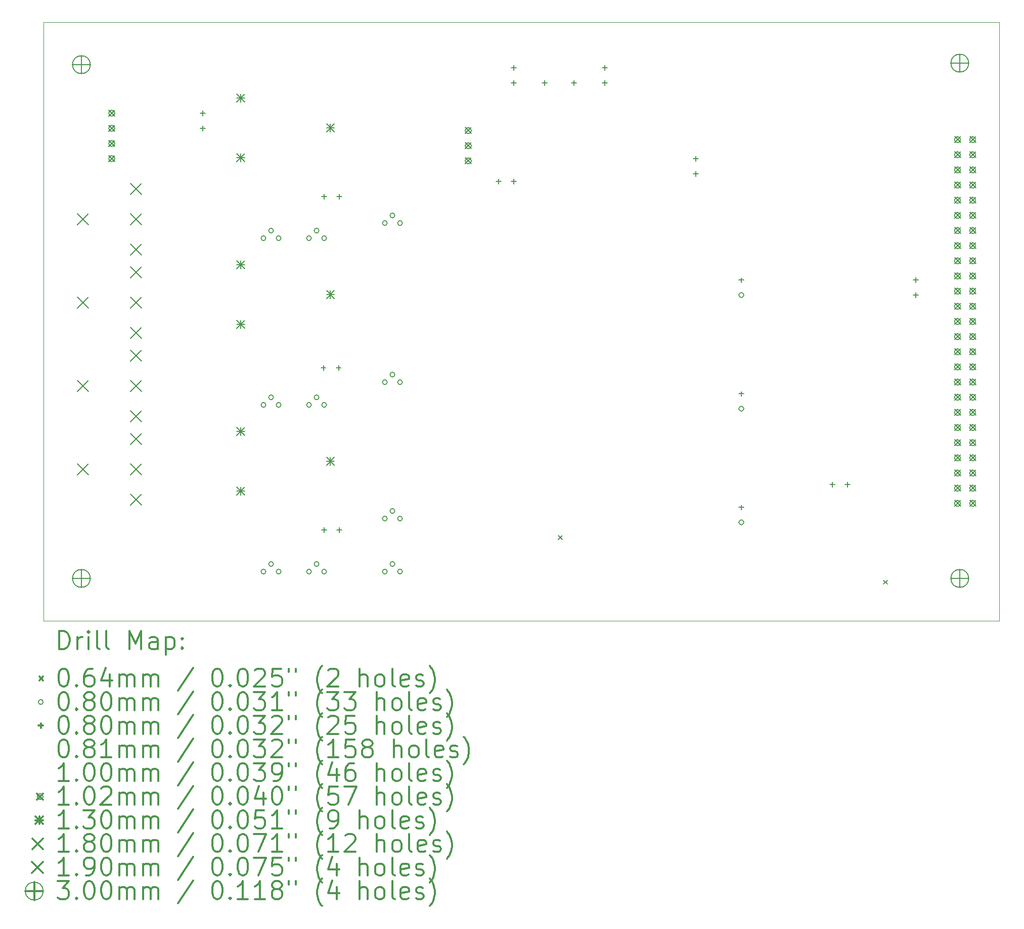
<source format=gbr>
%FSLAX45Y45*%
G04 Gerber Fmt 4.5, Leading zero omitted, Abs format (unit mm)*
G04 Created by KiCad (PCBNEW (2014-09-16 BZR 5139)-product) date 09/04/2015 15:48:26*
%MOMM*%
G01*
G04 APERTURE LIST*
%ADD10C,0.127000*%
%ADD11C,0.100000*%
%ADD12C,0.200000*%
%ADD13C,0.300000*%
G04 APERTURE END LIST*
D10*
D11*
X6223000Y-14605000D02*
X6223000Y-4572000D01*
X22225000Y-14605000D02*
X6223000Y-14605000D01*
X22225000Y-4572000D02*
X22225000Y-14605000D01*
X6223000Y-4572000D02*
X22225000Y-4572000D01*
D12*
X14843757Y-13176250D02*
X14907257Y-13239750D01*
X14907257Y-13176250D02*
X14843757Y-13239750D01*
X20288250Y-13925550D02*
X20351750Y-13989050D01*
X20351750Y-13925550D02*
X20288250Y-13989050D01*
X9946000Y-8191500D02*
G75*
G03X9946000Y-8191500I-40000J0D01*
G74*
G01*
X9946000Y-10985500D02*
G75*
G03X9946000Y-10985500I-40000J0D01*
G74*
G01*
X9946000Y-13779500D02*
G75*
G03X9946000Y-13779500I-40000J0D01*
G74*
G01*
X10073000Y-8064500D02*
G75*
G03X10073000Y-8064500I-40000J0D01*
G74*
G01*
X10073000Y-10858500D02*
G75*
G03X10073000Y-10858500I-40000J0D01*
G74*
G01*
X10073000Y-13652500D02*
G75*
G03X10073000Y-13652500I-40000J0D01*
G74*
G01*
X10200000Y-8191500D02*
G75*
G03X10200000Y-8191500I-40000J0D01*
G74*
G01*
X10200000Y-10985500D02*
G75*
G03X10200000Y-10985500I-40000J0D01*
G74*
G01*
X10200000Y-13779500D02*
G75*
G03X10200000Y-13779500I-40000J0D01*
G74*
G01*
X10708000Y-8191500D02*
G75*
G03X10708000Y-8191500I-40000J0D01*
G74*
G01*
X10708000Y-10985500D02*
G75*
G03X10708000Y-10985500I-40000J0D01*
G74*
G01*
X10708000Y-13779500D02*
G75*
G03X10708000Y-13779500I-40000J0D01*
G74*
G01*
X10835000Y-8064500D02*
G75*
G03X10835000Y-8064500I-40000J0D01*
G74*
G01*
X10835000Y-10858500D02*
G75*
G03X10835000Y-10858500I-40000J0D01*
G74*
G01*
X10835000Y-13652500D02*
G75*
G03X10835000Y-13652500I-40000J0D01*
G74*
G01*
X10962000Y-8191500D02*
G75*
G03X10962000Y-8191500I-40000J0D01*
G74*
G01*
X10962000Y-10985500D02*
G75*
G03X10962000Y-10985500I-40000J0D01*
G74*
G01*
X10962000Y-13779500D02*
G75*
G03X10962000Y-13779500I-40000J0D01*
G74*
G01*
X11978000Y-7937500D02*
G75*
G03X11978000Y-7937500I-40000J0D01*
G74*
G01*
X11978000Y-10604500D02*
G75*
G03X11978000Y-10604500I-40000J0D01*
G74*
G01*
X11978000Y-12890500D02*
G75*
G03X11978000Y-12890500I-40000J0D01*
G74*
G01*
X11978000Y-13779500D02*
G75*
G03X11978000Y-13779500I-40000J0D01*
G74*
G01*
X12105000Y-7810500D02*
G75*
G03X12105000Y-7810500I-40000J0D01*
G74*
G01*
X12105000Y-10477500D02*
G75*
G03X12105000Y-10477500I-40000J0D01*
G74*
G01*
X12105000Y-12763500D02*
G75*
G03X12105000Y-12763500I-40000J0D01*
G74*
G01*
X12105000Y-13652500D02*
G75*
G03X12105000Y-13652500I-40000J0D01*
G74*
G01*
X12232000Y-7937500D02*
G75*
G03X12232000Y-7937500I-40000J0D01*
G74*
G01*
X12232000Y-10604500D02*
G75*
G03X12232000Y-10604500I-40000J0D01*
G74*
G01*
X12232000Y-12890500D02*
G75*
G03X12232000Y-12890500I-40000J0D01*
G74*
G01*
X12232000Y-13779500D02*
G75*
G03X12232000Y-13779500I-40000J0D01*
G74*
G01*
X17947000Y-9144000D02*
G75*
G03X17947000Y-9144000I-40000J0D01*
G74*
G01*
X17947000Y-11049000D02*
G75*
G03X17947000Y-11049000I-40000J0D01*
G74*
G01*
X17947000Y-12954000D02*
G75*
G03X17947000Y-12954000I-40000J0D01*
G74*
G01*
X8890000Y-6055995D02*
X8890000Y-6136005D01*
X8849995Y-6096000D02*
X8930005Y-6096000D01*
X8890000Y-6309995D02*
X8890000Y-6390005D01*
X8849995Y-6350000D02*
X8930005Y-6350000D01*
X10909300Y-10323195D02*
X10909300Y-10403205D01*
X10869295Y-10363200D02*
X10949305Y-10363200D01*
X10922000Y-7452995D02*
X10922000Y-7533005D01*
X10881995Y-7493000D02*
X10962005Y-7493000D01*
X10922000Y-13040995D02*
X10922000Y-13121005D01*
X10881995Y-13081000D02*
X10962005Y-13081000D01*
X11163300Y-10323195D02*
X11163300Y-10403205D01*
X11123295Y-10363200D02*
X11203305Y-10363200D01*
X11176000Y-7452995D02*
X11176000Y-7533005D01*
X11135995Y-7493000D02*
X11216005Y-7493000D01*
X11176000Y-13040995D02*
X11176000Y-13121005D01*
X11135995Y-13081000D02*
X11216005Y-13081000D01*
X13843000Y-7198995D02*
X13843000Y-7279005D01*
X13802995Y-7239000D02*
X13883005Y-7239000D01*
X14097000Y-5293995D02*
X14097000Y-5374005D01*
X14056995Y-5334000D02*
X14137005Y-5334000D01*
X14097000Y-5547995D02*
X14097000Y-5628005D01*
X14056995Y-5588000D02*
X14137005Y-5588000D01*
X14097000Y-7198995D02*
X14097000Y-7279005D01*
X14056995Y-7239000D02*
X14137005Y-7239000D01*
X14614906Y-5547995D02*
X14614906Y-5628005D01*
X14574901Y-5588000D02*
X14654911Y-5588000D01*
X15103094Y-5547995D02*
X15103094Y-5628005D01*
X15063089Y-5588000D02*
X15143099Y-5588000D01*
X15621000Y-5293995D02*
X15621000Y-5374005D01*
X15580995Y-5334000D02*
X15661005Y-5334000D01*
X15621000Y-5547995D02*
X15621000Y-5628005D01*
X15580995Y-5588000D02*
X15661005Y-5588000D01*
X17145000Y-6817995D02*
X17145000Y-6898005D01*
X17104995Y-6858000D02*
X17185005Y-6858000D01*
X17145000Y-7071995D02*
X17145000Y-7152005D01*
X17104995Y-7112000D02*
X17185005Y-7112000D01*
X17907000Y-8853995D02*
X17907000Y-8934005D01*
X17866995Y-8894000D02*
X17947005Y-8894000D01*
X17907000Y-10758995D02*
X17907000Y-10839005D01*
X17866995Y-10799000D02*
X17947005Y-10799000D01*
X17907000Y-12663995D02*
X17907000Y-12744005D01*
X17866995Y-12704000D02*
X17947005Y-12704000D01*
X19431000Y-12278995D02*
X19431000Y-12359005D01*
X19390995Y-12319000D02*
X19471005Y-12319000D01*
X19685000Y-12278995D02*
X19685000Y-12359005D01*
X19644995Y-12319000D02*
X19725005Y-12319000D01*
X20828000Y-8849995D02*
X20828000Y-8930005D01*
X20787995Y-8890000D02*
X20868005Y-8890000D01*
X20828000Y-9103995D02*
X20828000Y-9184005D01*
X20787995Y-9144000D02*
X20868005Y-9144000D01*
X7315200Y-6045200D02*
X7416800Y-6146800D01*
X7416800Y-6045200D02*
X7315200Y-6146800D01*
X7416800Y-6096000D02*
G75*
G03X7416800Y-6096000I-50800J0D01*
G74*
G01*
X7315200Y-6299200D02*
X7416800Y-6400800D01*
X7416800Y-6299200D02*
X7315200Y-6400800D01*
X7416800Y-6350000D02*
G75*
G03X7416800Y-6350000I-50800J0D01*
G74*
G01*
X7315200Y-6553200D02*
X7416800Y-6654800D01*
X7416800Y-6553200D02*
X7315200Y-6654800D01*
X7416800Y-6604000D02*
G75*
G03X7416800Y-6604000I-50800J0D01*
G74*
G01*
X7315200Y-6807200D02*
X7416800Y-6908800D01*
X7416800Y-6807200D02*
X7315200Y-6908800D01*
X7416800Y-6858000D02*
G75*
G03X7416800Y-6858000I-50800J0D01*
G74*
G01*
X13284200Y-6337300D02*
X13385800Y-6438900D01*
X13385800Y-6337300D02*
X13284200Y-6438900D01*
X13385800Y-6388100D02*
G75*
G03X13385800Y-6388100I-50800J0D01*
G74*
G01*
X13284200Y-6591300D02*
X13385800Y-6692900D01*
X13385800Y-6591300D02*
X13284200Y-6692900D01*
X13385800Y-6642100D02*
G75*
G03X13385800Y-6642100I-50800J0D01*
G74*
G01*
X13284200Y-6845300D02*
X13385800Y-6946900D01*
X13385800Y-6845300D02*
X13284200Y-6946900D01*
X13385800Y-6896100D02*
G75*
G03X13385800Y-6896100I-50800J0D01*
G74*
G01*
X21475700Y-6489700D02*
X21577300Y-6591300D01*
X21577300Y-6489700D02*
X21475700Y-6591300D01*
X21577300Y-6540500D02*
G75*
G03X21577300Y-6540500I-50800J0D01*
G74*
G01*
X21475700Y-6743700D02*
X21577300Y-6845300D01*
X21577300Y-6743700D02*
X21475700Y-6845300D01*
X21577300Y-6794500D02*
G75*
G03X21577300Y-6794500I-50800J0D01*
G74*
G01*
X21475700Y-6997700D02*
X21577300Y-7099300D01*
X21577300Y-6997700D02*
X21475700Y-7099300D01*
X21577300Y-7048500D02*
G75*
G03X21577300Y-7048500I-50800J0D01*
G74*
G01*
X21475700Y-7251700D02*
X21577300Y-7353300D01*
X21577300Y-7251700D02*
X21475700Y-7353300D01*
X21577300Y-7302500D02*
G75*
G03X21577300Y-7302500I-50800J0D01*
G74*
G01*
X21475700Y-7505700D02*
X21577300Y-7607300D01*
X21577300Y-7505700D02*
X21475700Y-7607300D01*
X21577300Y-7556500D02*
G75*
G03X21577300Y-7556500I-50800J0D01*
G74*
G01*
X21475700Y-7759700D02*
X21577300Y-7861300D01*
X21577300Y-7759700D02*
X21475700Y-7861300D01*
X21577300Y-7810500D02*
G75*
G03X21577300Y-7810500I-50800J0D01*
G74*
G01*
X21475700Y-8013700D02*
X21577300Y-8115300D01*
X21577300Y-8013700D02*
X21475700Y-8115300D01*
X21577300Y-8064500D02*
G75*
G03X21577300Y-8064500I-50800J0D01*
G74*
G01*
X21475700Y-8267700D02*
X21577300Y-8369300D01*
X21577300Y-8267700D02*
X21475700Y-8369300D01*
X21577300Y-8318500D02*
G75*
G03X21577300Y-8318500I-50800J0D01*
G74*
G01*
X21475700Y-8521700D02*
X21577300Y-8623300D01*
X21577300Y-8521700D02*
X21475700Y-8623300D01*
X21577300Y-8572500D02*
G75*
G03X21577300Y-8572500I-50800J0D01*
G74*
G01*
X21475700Y-8775700D02*
X21577300Y-8877300D01*
X21577300Y-8775700D02*
X21475700Y-8877300D01*
X21577300Y-8826500D02*
G75*
G03X21577300Y-8826500I-50800J0D01*
G74*
G01*
X21475700Y-9029700D02*
X21577300Y-9131300D01*
X21577300Y-9029700D02*
X21475700Y-9131300D01*
X21577300Y-9080500D02*
G75*
G03X21577300Y-9080500I-50800J0D01*
G74*
G01*
X21475700Y-9283700D02*
X21577300Y-9385300D01*
X21577300Y-9283700D02*
X21475700Y-9385300D01*
X21577300Y-9334500D02*
G75*
G03X21577300Y-9334500I-50800J0D01*
G74*
G01*
X21475700Y-9537700D02*
X21577300Y-9639300D01*
X21577300Y-9537700D02*
X21475700Y-9639300D01*
X21577300Y-9588500D02*
G75*
G03X21577300Y-9588500I-50800J0D01*
G74*
G01*
X21475700Y-9791700D02*
X21577300Y-9893300D01*
X21577300Y-9791700D02*
X21475700Y-9893300D01*
X21577300Y-9842500D02*
G75*
G03X21577300Y-9842500I-50800J0D01*
G74*
G01*
X21475700Y-10045700D02*
X21577300Y-10147300D01*
X21577300Y-10045700D02*
X21475700Y-10147300D01*
X21577300Y-10096500D02*
G75*
G03X21577300Y-10096500I-50800J0D01*
G74*
G01*
X21475700Y-10299700D02*
X21577300Y-10401300D01*
X21577300Y-10299700D02*
X21475700Y-10401300D01*
X21577300Y-10350500D02*
G75*
G03X21577300Y-10350500I-50800J0D01*
G74*
G01*
X21475700Y-10553700D02*
X21577300Y-10655300D01*
X21577300Y-10553700D02*
X21475700Y-10655300D01*
X21577300Y-10604500D02*
G75*
G03X21577300Y-10604500I-50800J0D01*
G74*
G01*
X21475700Y-10807700D02*
X21577300Y-10909300D01*
X21577300Y-10807700D02*
X21475700Y-10909300D01*
X21577300Y-10858500D02*
G75*
G03X21577300Y-10858500I-50800J0D01*
G74*
G01*
X21475700Y-11061700D02*
X21577300Y-11163300D01*
X21577300Y-11061700D02*
X21475700Y-11163300D01*
X21577300Y-11112500D02*
G75*
G03X21577300Y-11112500I-50800J0D01*
G74*
G01*
X21475700Y-11315700D02*
X21577300Y-11417300D01*
X21577300Y-11315700D02*
X21475700Y-11417300D01*
X21577300Y-11366500D02*
G75*
G03X21577300Y-11366500I-50800J0D01*
G74*
G01*
X21475700Y-11569700D02*
X21577300Y-11671300D01*
X21577300Y-11569700D02*
X21475700Y-11671300D01*
X21577300Y-11620500D02*
G75*
G03X21577300Y-11620500I-50800J0D01*
G74*
G01*
X21475700Y-11823700D02*
X21577300Y-11925300D01*
X21577300Y-11823700D02*
X21475700Y-11925300D01*
X21577300Y-11874500D02*
G75*
G03X21577300Y-11874500I-50800J0D01*
G74*
G01*
X21475700Y-12077700D02*
X21577300Y-12179300D01*
X21577300Y-12077700D02*
X21475700Y-12179300D01*
X21577300Y-12128500D02*
G75*
G03X21577300Y-12128500I-50800J0D01*
G74*
G01*
X21475700Y-12331700D02*
X21577300Y-12433300D01*
X21577300Y-12331700D02*
X21475700Y-12433300D01*
X21577300Y-12382500D02*
G75*
G03X21577300Y-12382500I-50800J0D01*
G74*
G01*
X21475700Y-12585700D02*
X21577300Y-12687300D01*
X21577300Y-12585700D02*
X21475700Y-12687300D01*
X21577300Y-12636500D02*
G75*
G03X21577300Y-12636500I-50800J0D01*
G74*
G01*
X21729700Y-6489700D02*
X21831300Y-6591300D01*
X21831300Y-6489700D02*
X21729700Y-6591300D01*
X21831300Y-6540500D02*
G75*
G03X21831300Y-6540500I-50800J0D01*
G74*
G01*
X21729700Y-6743700D02*
X21831300Y-6845300D01*
X21831300Y-6743700D02*
X21729700Y-6845300D01*
X21831300Y-6794500D02*
G75*
G03X21831300Y-6794500I-50800J0D01*
G74*
G01*
X21729700Y-6997700D02*
X21831300Y-7099300D01*
X21831300Y-6997700D02*
X21729700Y-7099300D01*
X21831300Y-7048500D02*
G75*
G03X21831300Y-7048500I-50800J0D01*
G74*
G01*
X21729700Y-7251700D02*
X21831300Y-7353300D01*
X21831300Y-7251700D02*
X21729700Y-7353300D01*
X21831300Y-7302500D02*
G75*
G03X21831300Y-7302500I-50800J0D01*
G74*
G01*
X21729700Y-7505700D02*
X21831300Y-7607300D01*
X21831300Y-7505700D02*
X21729700Y-7607300D01*
X21831300Y-7556500D02*
G75*
G03X21831300Y-7556500I-50800J0D01*
G74*
G01*
X21729700Y-7759700D02*
X21831300Y-7861300D01*
X21831300Y-7759700D02*
X21729700Y-7861300D01*
X21831300Y-7810500D02*
G75*
G03X21831300Y-7810500I-50800J0D01*
G74*
G01*
X21729700Y-8013700D02*
X21831300Y-8115300D01*
X21831300Y-8013700D02*
X21729700Y-8115300D01*
X21831300Y-8064500D02*
G75*
G03X21831300Y-8064500I-50800J0D01*
G74*
G01*
X21729700Y-8267700D02*
X21831300Y-8369300D01*
X21831300Y-8267700D02*
X21729700Y-8369300D01*
X21831300Y-8318500D02*
G75*
G03X21831300Y-8318500I-50800J0D01*
G74*
G01*
X21729700Y-8521700D02*
X21831300Y-8623300D01*
X21831300Y-8521700D02*
X21729700Y-8623300D01*
X21831300Y-8572500D02*
G75*
G03X21831300Y-8572500I-50800J0D01*
G74*
G01*
X21729700Y-8775700D02*
X21831300Y-8877300D01*
X21831300Y-8775700D02*
X21729700Y-8877300D01*
X21831300Y-8826500D02*
G75*
G03X21831300Y-8826500I-50800J0D01*
G74*
G01*
X21729700Y-9029700D02*
X21831300Y-9131300D01*
X21831300Y-9029700D02*
X21729700Y-9131300D01*
X21831300Y-9080500D02*
G75*
G03X21831300Y-9080500I-50800J0D01*
G74*
G01*
X21729700Y-9283700D02*
X21831300Y-9385300D01*
X21831300Y-9283700D02*
X21729700Y-9385300D01*
X21831300Y-9334500D02*
G75*
G03X21831300Y-9334500I-50800J0D01*
G74*
G01*
X21729700Y-9537700D02*
X21831300Y-9639300D01*
X21831300Y-9537700D02*
X21729700Y-9639300D01*
X21831300Y-9588500D02*
G75*
G03X21831300Y-9588500I-50800J0D01*
G74*
G01*
X21729700Y-9791700D02*
X21831300Y-9893300D01*
X21831300Y-9791700D02*
X21729700Y-9893300D01*
X21831300Y-9842500D02*
G75*
G03X21831300Y-9842500I-50800J0D01*
G74*
G01*
X21729700Y-10045700D02*
X21831300Y-10147300D01*
X21831300Y-10045700D02*
X21729700Y-10147300D01*
X21831300Y-10096500D02*
G75*
G03X21831300Y-10096500I-50800J0D01*
G74*
G01*
X21729700Y-10299700D02*
X21831300Y-10401300D01*
X21831300Y-10299700D02*
X21729700Y-10401300D01*
X21831300Y-10350500D02*
G75*
G03X21831300Y-10350500I-50800J0D01*
G74*
G01*
X21729700Y-10553700D02*
X21831300Y-10655300D01*
X21831300Y-10553700D02*
X21729700Y-10655300D01*
X21831300Y-10604500D02*
G75*
G03X21831300Y-10604500I-50800J0D01*
G74*
G01*
X21729700Y-10807700D02*
X21831300Y-10909300D01*
X21831300Y-10807700D02*
X21729700Y-10909300D01*
X21831300Y-10858500D02*
G75*
G03X21831300Y-10858500I-50800J0D01*
G74*
G01*
X21729700Y-11061700D02*
X21831300Y-11163300D01*
X21831300Y-11061700D02*
X21729700Y-11163300D01*
X21831300Y-11112500D02*
G75*
G03X21831300Y-11112500I-50800J0D01*
G74*
G01*
X21729700Y-11315700D02*
X21831300Y-11417300D01*
X21831300Y-11315700D02*
X21729700Y-11417300D01*
X21831300Y-11366500D02*
G75*
G03X21831300Y-11366500I-50800J0D01*
G74*
G01*
X21729700Y-11569700D02*
X21831300Y-11671300D01*
X21831300Y-11569700D02*
X21729700Y-11671300D01*
X21831300Y-11620500D02*
G75*
G03X21831300Y-11620500I-50800J0D01*
G74*
G01*
X21729700Y-11823700D02*
X21831300Y-11925300D01*
X21831300Y-11823700D02*
X21729700Y-11925300D01*
X21831300Y-11874500D02*
G75*
G03X21831300Y-11874500I-50800J0D01*
G74*
G01*
X21729700Y-12077700D02*
X21831300Y-12179300D01*
X21831300Y-12077700D02*
X21729700Y-12179300D01*
X21831300Y-12128500D02*
G75*
G03X21831300Y-12128500I-50800J0D01*
G74*
G01*
X21729700Y-12331700D02*
X21831300Y-12433300D01*
X21831300Y-12331700D02*
X21729700Y-12433300D01*
X21831300Y-12382500D02*
G75*
G03X21831300Y-12382500I-50800J0D01*
G74*
G01*
X21729700Y-12585700D02*
X21831300Y-12687300D01*
X21831300Y-12585700D02*
X21729700Y-12687300D01*
X21831300Y-12636500D02*
G75*
G03X21831300Y-12636500I-50800J0D01*
G74*
G01*
X9459976Y-5776976D02*
X9590024Y-5907024D01*
X9590024Y-5776976D02*
X9459976Y-5907024D01*
X9525000Y-5776976D02*
X9525000Y-5907024D01*
X9459976Y-5842000D02*
X9590024Y-5842000D01*
X9459976Y-6777228D02*
X9590024Y-6907276D01*
X9590024Y-6777228D02*
X9459976Y-6907276D01*
X9525000Y-6777228D02*
X9525000Y-6907276D01*
X9459976Y-6842252D02*
X9590024Y-6842252D01*
X9459976Y-8570976D02*
X9590024Y-8701024D01*
X9590024Y-8570976D02*
X9459976Y-8701024D01*
X9525000Y-8570976D02*
X9525000Y-8701024D01*
X9459976Y-8636000D02*
X9590024Y-8636000D01*
X9459976Y-9571228D02*
X9590024Y-9701276D01*
X9590024Y-9571228D02*
X9459976Y-9701276D01*
X9525000Y-9571228D02*
X9525000Y-9701276D01*
X9459976Y-9636252D02*
X9590024Y-9636252D01*
X9459976Y-11364976D02*
X9590024Y-11495024D01*
X9590024Y-11364976D02*
X9459976Y-11495024D01*
X9525000Y-11364976D02*
X9525000Y-11495024D01*
X9459976Y-11430000D02*
X9590024Y-11430000D01*
X9459976Y-12365228D02*
X9590024Y-12495276D01*
X9590024Y-12365228D02*
X9459976Y-12495276D01*
X9525000Y-12365228D02*
X9525000Y-12495276D01*
X9459976Y-12430252D02*
X9590024Y-12430252D01*
X10960100Y-6277102D02*
X11090148Y-6407150D01*
X11090148Y-6277102D02*
X10960100Y-6407150D01*
X11025124Y-6277102D02*
X11025124Y-6407150D01*
X10960100Y-6342126D02*
X11090148Y-6342126D01*
X10960100Y-9071102D02*
X11090148Y-9201150D01*
X11090148Y-9071102D02*
X10960100Y-9201150D01*
X11025124Y-9071102D02*
X11025124Y-9201150D01*
X10960100Y-9136126D02*
X11090148Y-9136126D01*
X10960100Y-11865102D02*
X11090148Y-11995150D01*
X11090148Y-11865102D02*
X10960100Y-11995150D01*
X11025124Y-11865102D02*
X11025124Y-11995150D01*
X10960100Y-11930126D02*
X11090148Y-11930126D01*
X6793400Y-7784000D02*
X6973400Y-7964000D01*
X6973400Y-7784000D02*
X6793400Y-7964000D01*
X6793400Y-9181000D02*
X6973400Y-9361000D01*
X6973400Y-9181000D02*
X6793400Y-9361000D01*
X6793400Y-10578000D02*
X6973400Y-10758000D01*
X6973400Y-10578000D02*
X6793400Y-10758000D01*
X6793400Y-11975000D02*
X6973400Y-12155000D01*
X6973400Y-11975000D02*
X6793400Y-12155000D01*
X7682400Y-7276000D02*
X7862400Y-7456000D01*
X7862400Y-7276000D02*
X7682400Y-7456000D01*
X7682400Y-8292000D02*
X7862400Y-8472000D01*
X7862400Y-8292000D02*
X7682400Y-8472000D01*
X7682400Y-8673000D02*
X7862400Y-8853000D01*
X7862400Y-8673000D02*
X7682400Y-8853000D01*
X7682400Y-9689000D02*
X7862400Y-9869000D01*
X7862400Y-9689000D02*
X7682400Y-9869000D01*
X7682400Y-10070000D02*
X7862400Y-10250000D01*
X7862400Y-10070000D02*
X7682400Y-10250000D01*
X7682400Y-11086000D02*
X7862400Y-11266000D01*
X7862400Y-11086000D02*
X7682400Y-11266000D01*
X7682400Y-11467000D02*
X7862400Y-11647000D01*
X7862400Y-11467000D02*
X7682400Y-11647000D01*
X7682400Y-12483000D02*
X7862400Y-12663000D01*
X7862400Y-12483000D02*
X7682400Y-12663000D01*
X7677400Y-7779000D02*
X7867400Y-7969000D01*
X7867400Y-7779000D02*
X7677400Y-7969000D01*
X7677400Y-9176000D02*
X7867400Y-9366000D01*
X7867400Y-9176000D02*
X7677400Y-9366000D01*
X7677400Y-10573000D02*
X7867400Y-10763000D01*
X7867400Y-10573000D02*
X7677400Y-10763000D01*
X7677400Y-11970000D02*
X7867400Y-12160000D01*
X7867400Y-11970000D02*
X7677400Y-12160000D01*
X6858000Y-5133213D02*
X6858000Y-5433187D01*
X6708013Y-5283200D02*
X7007987Y-5283200D01*
X7007987Y-5283200D02*
G75*
G03X7007987Y-5283200I-149987J0D01*
G74*
G01*
X6858000Y-13743813D02*
X6858000Y-14043787D01*
X6708013Y-13893800D02*
X7007987Y-13893800D01*
X7007987Y-13893800D02*
G75*
G03X7007987Y-13893800I-149987J0D01*
G74*
G01*
X21564600Y-5107813D02*
X21564600Y-5407787D01*
X21414613Y-5257800D02*
X21714587Y-5257800D01*
X21714587Y-5257800D02*
G75*
G03X21714587Y-5257800I-149987J0D01*
G74*
G01*
X21564600Y-13743813D02*
X21564600Y-14043787D01*
X21414613Y-13893800D02*
X21714587Y-13893800D01*
X21714587Y-13893800D02*
G75*
G03X21714587Y-13893800I-149987J0D01*
G74*
G01*
D13*
X6489428Y-15075714D02*
X6489428Y-14775714D01*
X6560857Y-14775714D01*
X6603714Y-14790000D01*
X6632286Y-14818571D01*
X6646571Y-14847143D01*
X6660857Y-14904286D01*
X6660857Y-14947143D01*
X6646571Y-15004286D01*
X6632286Y-15032857D01*
X6603714Y-15061429D01*
X6560857Y-15075714D01*
X6489428Y-15075714D01*
X6789428Y-15075714D02*
X6789428Y-14875714D01*
X6789428Y-14932857D02*
X6803714Y-14904286D01*
X6818000Y-14890000D01*
X6846571Y-14875714D01*
X6875143Y-14875714D01*
X6975143Y-15075714D02*
X6975143Y-14875714D01*
X6975143Y-14775714D02*
X6960857Y-14790000D01*
X6975143Y-14804286D01*
X6989428Y-14790000D01*
X6975143Y-14775714D01*
X6975143Y-14804286D01*
X7160857Y-15075714D02*
X7132286Y-15061429D01*
X7118000Y-15032857D01*
X7118000Y-14775714D01*
X7318000Y-15075714D02*
X7289428Y-15061429D01*
X7275143Y-15032857D01*
X7275143Y-14775714D01*
X7660857Y-15075714D02*
X7660857Y-14775714D01*
X7760857Y-14990000D01*
X7860857Y-14775714D01*
X7860857Y-15075714D01*
X8132286Y-15075714D02*
X8132286Y-14918571D01*
X8118000Y-14890000D01*
X8089428Y-14875714D01*
X8032286Y-14875714D01*
X8003714Y-14890000D01*
X8132286Y-15061429D02*
X8103714Y-15075714D01*
X8032286Y-15075714D01*
X8003714Y-15061429D01*
X7989428Y-15032857D01*
X7989428Y-15004286D01*
X8003714Y-14975714D01*
X8032286Y-14961429D01*
X8103714Y-14961429D01*
X8132286Y-14947143D01*
X8275143Y-14875714D02*
X8275143Y-15175714D01*
X8275143Y-14890000D02*
X8303714Y-14875714D01*
X8360857Y-14875714D01*
X8389429Y-14890000D01*
X8403714Y-14904286D01*
X8418000Y-14932857D01*
X8418000Y-15018571D01*
X8403714Y-15047143D01*
X8389429Y-15061429D01*
X8360857Y-15075714D01*
X8303714Y-15075714D01*
X8275143Y-15061429D01*
X8546571Y-15047143D02*
X8560857Y-15061429D01*
X8546571Y-15075714D01*
X8532286Y-15061429D01*
X8546571Y-15047143D01*
X8546571Y-15075714D01*
X8546571Y-14890000D02*
X8560857Y-14904286D01*
X8546571Y-14918571D01*
X8532286Y-14904286D01*
X8546571Y-14890000D01*
X8546571Y-14918571D01*
X6154500Y-15538250D02*
X6218000Y-15601750D01*
X6218000Y-15538250D02*
X6154500Y-15601750D01*
X6546571Y-15405714D02*
X6575143Y-15405714D01*
X6603714Y-15420000D01*
X6618000Y-15434286D01*
X6632286Y-15462857D01*
X6646571Y-15520000D01*
X6646571Y-15591429D01*
X6632286Y-15648571D01*
X6618000Y-15677143D01*
X6603714Y-15691429D01*
X6575143Y-15705714D01*
X6546571Y-15705714D01*
X6518000Y-15691429D01*
X6503714Y-15677143D01*
X6489428Y-15648571D01*
X6475143Y-15591429D01*
X6475143Y-15520000D01*
X6489428Y-15462857D01*
X6503714Y-15434286D01*
X6518000Y-15420000D01*
X6546571Y-15405714D01*
X6775143Y-15677143D02*
X6789428Y-15691429D01*
X6775143Y-15705714D01*
X6760857Y-15691429D01*
X6775143Y-15677143D01*
X6775143Y-15705714D01*
X7046571Y-15405714D02*
X6989428Y-15405714D01*
X6960857Y-15420000D01*
X6946571Y-15434286D01*
X6918000Y-15477143D01*
X6903714Y-15534286D01*
X6903714Y-15648571D01*
X6918000Y-15677143D01*
X6932286Y-15691429D01*
X6960857Y-15705714D01*
X7018000Y-15705714D01*
X7046571Y-15691429D01*
X7060857Y-15677143D01*
X7075143Y-15648571D01*
X7075143Y-15577143D01*
X7060857Y-15548571D01*
X7046571Y-15534286D01*
X7018000Y-15520000D01*
X6960857Y-15520000D01*
X6932286Y-15534286D01*
X6918000Y-15548571D01*
X6903714Y-15577143D01*
X7332286Y-15505714D02*
X7332286Y-15705714D01*
X7260857Y-15391429D02*
X7189428Y-15605714D01*
X7375143Y-15605714D01*
X7489428Y-15705714D02*
X7489428Y-15505714D01*
X7489428Y-15534286D02*
X7503714Y-15520000D01*
X7532286Y-15505714D01*
X7575143Y-15505714D01*
X7603714Y-15520000D01*
X7618000Y-15548571D01*
X7618000Y-15705714D01*
X7618000Y-15548571D02*
X7632286Y-15520000D01*
X7660857Y-15505714D01*
X7703714Y-15505714D01*
X7732286Y-15520000D01*
X7746571Y-15548571D01*
X7746571Y-15705714D01*
X7889428Y-15705714D02*
X7889428Y-15505714D01*
X7889428Y-15534286D02*
X7903714Y-15520000D01*
X7932286Y-15505714D01*
X7975143Y-15505714D01*
X8003714Y-15520000D01*
X8018000Y-15548571D01*
X8018000Y-15705714D01*
X8018000Y-15548571D02*
X8032286Y-15520000D01*
X8060857Y-15505714D01*
X8103714Y-15505714D01*
X8132286Y-15520000D01*
X8146571Y-15548571D01*
X8146571Y-15705714D01*
X8732286Y-15391429D02*
X8475143Y-15777143D01*
X9118000Y-15405714D02*
X9146571Y-15405714D01*
X9175143Y-15420000D01*
X9189428Y-15434286D01*
X9203714Y-15462857D01*
X9218000Y-15520000D01*
X9218000Y-15591429D01*
X9203714Y-15648571D01*
X9189428Y-15677143D01*
X9175143Y-15691429D01*
X9146571Y-15705714D01*
X9118000Y-15705714D01*
X9089428Y-15691429D01*
X9075143Y-15677143D01*
X9060857Y-15648571D01*
X9046571Y-15591429D01*
X9046571Y-15520000D01*
X9060857Y-15462857D01*
X9075143Y-15434286D01*
X9089428Y-15420000D01*
X9118000Y-15405714D01*
X9346571Y-15677143D02*
X9360857Y-15691429D01*
X9346571Y-15705714D01*
X9332286Y-15691429D01*
X9346571Y-15677143D01*
X9346571Y-15705714D01*
X9546571Y-15405714D02*
X9575143Y-15405714D01*
X9603714Y-15420000D01*
X9618000Y-15434286D01*
X9632286Y-15462857D01*
X9646571Y-15520000D01*
X9646571Y-15591429D01*
X9632286Y-15648571D01*
X9618000Y-15677143D01*
X9603714Y-15691429D01*
X9575143Y-15705714D01*
X9546571Y-15705714D01*
X9518000Y-15691429D01*
X9503714Y-15677143D01*
X9489428Y-15648571D01*
X9475143Y-15591429D01*
X9475143Y-15520000D01*
X9489428Y-15462857D01*
X9503714Y-15434286D01*
X9518000Y-15420000D01*
X9546571Y-15405714D01*
X9760857Y-15434286D02*
X9775143Y-15420000D01*
X9803714Y-15405714D01*
X9875143Y-15405714D01*
X9903714Y-15420000D01*
X9918000Y-15434286D01*
X9932286Y-15462857D01*
X9932286Y-15491429D01*
X9918000Y-15534286D01*
X9746571Y-15705714D01*
X9932286Y-15705714D01*
X10203714Y-15405714D02*
X10060857Y-15405714D01*
X10046571Y-15548571D01*
X10060857Y-15534286D01*
X10089428Y-15520000D01*
X10160857Y-15520000D01*
X10189428Y-15534286D01*
X10203714Y-15548571D01*
X10218000Y-15577143D01*
X10218000Y-15648571D01*
X10203714Y-15677143D01*
X10189428Y-15691429D01*
X10160857Y-15705714D01*
X10089428Y-15705714D01*
X10060857Y-15691429D01*
X10046571Y-15677143D01*
X10332286Y-15405714D02*
X10332286Y-15462857D01*
X10446571Y-15405714D02*
X10446571Y-15462857D01*
X10889428Y-15820000D02*
X10875143Y-15805714D01*
X10846571Y-15762857D01*
X10832286Y-15734286D01*
X10818000Y-15691429D01*
X10803714Y-15620000D01*
X10803714Y-15562857D01*
X10818000Y-15491429D01*
X10832286Y-15448571D01*
X10846571Y-15420000D01*
X10875143Y-15377143D01*
X10889428Y-15362857D01*
X10989428Y-15434286D02*
X11003714Y-15420000D01*
X11032286Y-15405714D01*
X11103714Y-15405714D01*
X11132286Y-15420000D01*
X11146571Y-15434286D01*
X11160857Y-15462857D01*
X11160857Y-15491429D01*
X11146571Y-15534286D01*
X10975143Y-15705714D01*
X11160857Y-15705714D01*
X11518000Y-15705714D02*
X11518000Y-15405714D01*
X11646571Y-15705714D02*
X11646571Y-15548571D01*
X11632285Y-15520000D01*
X11603714Y-15505714D01*
X11560857Y-15505714D01*
X11532285Y-15520000D01*
X11518000Y-15534286D01*
X11832285Y-15705714D02*
X11803714Y-15691429D01*
X11789428Y-15677143D01*
X11775143Y-15648571D01*
X11775143Y-15562857D01*
X11789428Y-15534286D01*
X11803714Y-15520000D01*
X11832285Y-15505714D01*
X11875143Y-15505714D01*
X11903714Y-15520000D01*
X11918000Y-15534286D01*
X11932285Y-15562857D01*
X11932285Y-15648571D01*
X11918000Y-15677143D01*
X11903714Y-15691429D01*
X11875143Y-15705714D01*
X11832285Y-15705714D01*
X12103714Y-15705714D02*
X12075143Y-15691429D01*
X12060857Y-15662857D01*
X12060857Y-15405714D01*
X12332286Y-15691429D02*
X12303714Y-15705714D01*
X12246571Y-15705714D01*
X12218000Y-15691429D01*
X12203714Y-15662857D01*
X12203714Y-15548571D01*
X12218000Y-15520000D01*
X12246571Y-15505714D01*
X12303714Y-15505714D01*
X12332286Y-15520000D01*
X12346571Y-15548571D01*
X12346571Y-15577143D01*
X12203714Y-15605714D01*
X12460857Y-15691429D02*
X12489428Y-15705714D01*
X12546571Y-15705714D01*
X12575143Y-15691429D01*
X12589428Y-15662857D01*
X12589428Y-15648571D01*
X12575143Y-15620000D01*
X12546571Y-15605714D01*
X12503714Y-15605714D01*
X12475143Y-15591429D01*
X12460857Y-15562857D01*
X12460857Y-15548571D01*
X12475143Y-15520000D01*
X12503714Y-15505714D01*
X12546571Y-15505714D01*
X12575143Y-15520000D01*
X12689428Y-15820000D02*
X12703714Y-15805714D01*
X12732286Y-15762857D01*
X12746571Y-15734286D01*
X12760857Y-15691429D01*
X12775143Y-15620000D01*
X12775143Y-15562857D01*
X12760857Y-15491429D01*
X12746571Y-15448571D01*
X12732286Y-15420000D01*
X12703714Y-15377143D01*
X12689428Y-15362857D01*
D12*
X6218000Y-15966000D02*
G75*
G03X6218000Y-15966000I-40000J0D01*
G74*
G01*
D13*
X6546571Y-15801714D02*
X6575143Y-15801714D01*
X6603714Y-15816000D01*
X6618000Y-15830286D01*
X6632286Y-15858857D01*
X6646571Y-15916000D01*
X6646571Y-15987429D01*
X6632286Y-16044571D01*
X6618000Y-16073143D01*
X6603714Y-16087429D01*
X6575143Y-16101714D01*
X6546571Y-16101714D01*
X6518000Y-16087429D01*
X6503714Y-16073143D01*
X6489428Y-16044571D01*
X6475143Y-15987429D01*
X6475143Y-15916000D01*
X6489428Y-15858857D01*
X6503714Y-15830286D01*
X6518000Y-15816000D01*
X6546571Y-15801714D01*
X6775143Y-16073143D02*
X6789428Y-16087429D01*
X6775143Y-16101714D01*
X6760857Y-16087429D01*
X6775143Y-16073143D01*
X6775143Y-16101714D01*
X6960857Y-15930286D02*
X6932286Y-15916000D01*
X6918000Y-15901714D01*
X6903714Y-15873143D01*
X6903714Y-15858857D01*
X6918000Y-15830286D01*
X6932286Y-15816000D01*
X6960857Y-15801714D01*
X7018000Y-15801714D01*
X7046571Y-15816000D01*
X7060857Y-15830286D01*
X7075143Y-15858857D01*
X7075143Y-15873143D01*
X7060857Y-15901714D01*
X7046571Y-15916000D01*
X7018000Y-15930286D01*
X6960857Y-15930286D01*
X6932286Y-15944571D01*
X6918000Y-15958857D01*
X6903714Y-15987429D01*
X6903714Y-16044571D01*
X6918000Y-16073143D01*
X6932286Y-16087429D01*
X6960857Y-16101714D01*
X7018000Y-16101714D01*
X7046571Y-16087429D01*
X7060857Y-16073143D01*
X7075143Y-16044571D01*
X7075143Y-15987429D01*
X7060857Y-15958857D01*
X7046571Y-15944571D01*
X7018000Y-15930286D01*
X7260857Y-15801714D02*
X7289428Y-15801714D01*
X7318000Y-15816000D01*
X7332286Y-15830286D01*
X7346571Y-15858857D01*
X7360857Y-15916000D01*
X7360857Y-15987429D01*
X7346571Y-16044571D01*
X7332286Y-16073143D01*
X7318000Y-16087429D01*
X7289428Y-16101714D01*
X7260857Y-16101714D01*
X7232286Y-16087429D01*
X7218000Y-16073143D01*
X7203714Y-16044571D01*
X7189428Y-15987429D01*
X7189428Y-15916000D01*
X7203714Y-15858857D01*
X7218000Y-15830286D01*
X7232286Y-15816000D01*
X7260857Y-15801714D01*
X7489428Y-16101714D02*
X7489428Y-15901714D01*
X7489428Y-15930286D02*
X7503714Y-15916000D01*
X7532286Y-15901714D01*
X7575143Y-15901714D01*
X7603714Y-15916000D01*
X7618000Y-15944571D01*
X7618000Y-16101714D01*
X7618000Y-15944571D02*
X7632286Y-15916000D01*
X7660857Y-15901714D01*
X7703714Y-15901714D01*
X7732286Y-15916000D01*
X7746571Y-15944571D01*
X7746571Y-16101714D01*
X7889428Y-16101714D02*
X7889428Y-15901714D01*
X7889428Y-15930286D02*
X7903714Y-15916000D01*
X7932286Y-15901714D01*
X7975143Y-15901714D01*
X8003714Y-15916000D01*
X8018000Y-15944571D01*
X8018000Y-16101714D01*
X8018000Y-15944571D02*
X8032286Y-15916000D01*
X8060857Y-15901714D01*
X8103714Y-15901714D01*
X8132286Y-15916000D01*
X8146571Y-15944571D01*
X8146571Y-16101714D01*
X8732286Y-15787429D02*
X8475143Y-16173143D01*
X9118000Y-15801714D02*
X9146571Y-15801714D01*
X9175143Y-15816000D01*
X9189428Y-15830286D01*
X9203714Y-15858857D01*
X9218000Y-15916000D01*
X9218000Y-15987429D01*
X9203714Y-16044571D01*
X9189428Y-16073143D01*
X9175143Y-16087429D01*
X9146571Y-16101714D01*
X9118000Y-16101714D01*
X9089428Y-16087429D01*
X9075143Y-16073143D01*
X9060857Y-16044571D01*
X9046571Y-15987429D01*
X9046571Y-15916000D01*
X9060857Y-15858857D01*
X9075143Y-15830286D01*
X9089428Y-15816000D01*
X9118000Y-15801714D01*
X9346571Y-16073143D02*
X9360857Y-16087429D01*
X9346571Y-16101714D01*
X9332286Y-16087429D01*
X9346571Y-16073143D01*
X9346571Y-16101714D01*
X9546571Y-15801714D02*
X9575143Y-15801714D01*
X9603714Y-15816000D01*
X9618000Y-15830286D01*
X9632286Y-15858857D01*
X9646571Y-15916000D01*
X9646571Y-15987429D01*
X9632286Y-16044571D01*
X9618000Y-16073143D01*
X9603714Y-16087429D01*
X9575143Y-16101714D01*
X9546571Y-16101714D01*
X9518000Y-16087429D01*
X9503714Y-16073143D01*
X9489428Y-16044571D01*
X9475143Y-15987429D01*
X9475143Y-15916000D01*
X9489428Y-15858857D01*
X9503714Y-15830286D01*
X9518000Y-15816000D01*
X9546571Y-15801714D01*
X9746571Y-15801714D02*
X9932286Y-15801714D01*
X9832286Y-15916000D01*
X9875143Y-15916000D01*
X9903714Y-15930286D01*
X9918000Y-15944571D01*
X9932286Y-15973143D01*
X9932286Y-16044571D01*
X9918000Y-16073143D01*
X9903714Y-16087429D01*
X9875143Y-16101714D01*
X9789428Y-16101714D01*
X9760857Y-16087429D01*
X9746571Y-16073143D01*
X10218000Y-16101714D02*
X10046571Y-16101714D01*
X10132286Y-16101714D02*
X10132286Y-15801714D01*
X10103714Y-15844571D01*
X10075143Y-15873143D01*
X10046571Y-15887429D01*
X10332286Y-15801714D02*
X10332286Y-15858857D01*
X10446571Y-15801714D02*
X10446571Y-15858857D01*
X10889428Y-16216000D02*
X10875143Y-16201714D01*
X10846571Y-16158857D01*
X10832286Y-16130286D01*
X10818000Y-16087429D01*
X10803714Y-16016000D01*
X10803714Y-15958857D01*
X10818000Y-15887429D01*
X10832286Y-15844571D01*
X10846571Y-15816000D01*
X10875143Y-15773143D01*
X10889428Y-15758857D01*
X10975143Y-15801714D02*
X11160857Y-15801714D01*
X11060857Y-15916000D01*
X11103714Y-15916000D01*
X11132286Y-15930286D01*
X11146571Y-15944571D01*
X11160857Y-15973143D01*
X11160857Y-16044571D01*
X11146571Y-16073143D01*
X11132286Y-16087429D01*
X11103714Y-16101714D01*
X11018000Y-16101714D01*
X10989428Y-16087429D01*
X10975143Y-16073143D01*
X11260857Y-15801714D02*
X11446571Y-15801714D01*
X11346571Y-15916000D01*
X11389428Y-15916000D01*
X11418000Y-15930286D01*
X11432285Y-15944571D01*
X11446571Y-15973143D01*
X11446571Y-16044571D01*
X11432285Y-16073143D01*
X11418000Y-16087429D01*
X11389428Y-16101714D01*
X11303714Y-16101714D01*
X11275143Y-16087429D01*
X11260857Y-16073143D01*
X11803714Y-16101714D02*
X11803714Y-15801714D01*
X11932285Y-16101714D02*
X11932285Y-15944571D01*
X11918000Y-15916000D01*
X11889428Y-15901714D01*
X11846571Y-15901714D01*
X11818000Y-15916000D01*
X11803714Y-15930286D01*
X12118000Y-16101714D02*
X12089428Y-16087429D01*
X12075143Y-16073143D01*
X12060857Y-16044571D01*
X12060857Y-15958857D01*
X12075143Y-15930286D01*
X12089428Y-15916000D01*
X12118000Y-15901714D01*
X12160857Y-15901714D01*
X12189428Y-15916000D01*
X12203714Y-15930286D01*
X12218000Y-15958857D01*
X12218000Y-16044571D01*
X12203714Y-16073143D01*
X12189428Y-16087429D01*
X12160857Y-16101714D01*
X12118000Y-16101714D01*
X12389428Y-16101714D02*
X12360857Y-16087429D01*
X12346571Y-16058857D01*
X12346571Y-15801714D01*
X12618000Y-16087429D02*
X12589428Y-16101714D01*
X12532286Y-16101714D01*
X12503714Y-16087429D01*
X12489428Y-16058857D01*
X12489428Y-15944571D01*
X12503714Y-15916000D01*
X12532286Y-15901714D01*
X12589428Y-15901714D01*
X12618000Y-15916000D01*
X12632286Y-15944571D01*
X12632286Y-15973143D01*
X12489428Y-16001714D01*
X12746571Y-16087429D02*
X12775143Y-16101714D01*
X12832286Y-16101714D01*
X12860857Y-16087429D01*
X12875143Y-16058857D01*
X12875143Y-16044571D01*
X12860857Y-16016000D01*
X12832286Y-16001714D01*
X12789428Y-16001714D01*
X12760857Y-15987429D01*
X12746571Y-15958857D01*
X12746571Y-15944571D01*
X12760857Y-15916000D01*
X12789428Y-15901714D01*
X12832286Y-15901714D01*
X12860857Y-15916000D01*
X12975143Y-16216000D02*
X12989428Y-16201714D01*
X13018000Y-16158857D01*
X13032286Y-16130286D01*
X13046571Y-16087429D01*
X13060857Y-16016000D01*
X13060857Y-15958857D01*
X13046571Y-15887429D01*
X13032286Y-15844571D01*
X13018000Y-15816000D01*
X12989428Y-15773143D01*
X12975143Y-15758857D01*
X6177995Y-16321995D02*
X6177995Y-16402005D01*
X6137990Y-16362000D02*
X6218000Y-16362000D01*
X6546571Y-16197714D02*
X6575143Y-16197714D01*
X6603714Y-16212000D01*
X6618000Y-16226286D01*
X6632286Y-16254857D01*
X6646571Y-16312000D01*
X6646571Y-16383429D01*
X6632286Y-16440571D01*
X6618000Y-16469143D01*
X6603714Y-16483429D01*
X6575143Y-16497714D01*
X6546571Y-16497714D01*
X6518000Y-16483429D01*
X6503714Y-16469143D01*
X6489428Y-16440571D01*
X6475143Y-16383429D01*
X6475143Y-16312000D01*
X6489428Y-16254857D01*
X6503714Y-16226286D01*
X6518000Y-16212000D01*
X6546571Y-16197714D01*
X6775143Y-16469143D02*
X6789428Y-16483429D01*
X6775143Y-16497714D01*
X6760857Y-16483429D01*
X6775143Y-16469143D01*
X6775143Y-16497714D01*
X6960857Y-16326286D02*
X6932286Y-16312000D01*
X6918000Y-16297714D01*
X6903714Y-16269143D01*
X6903714Y-16254857D01*
X6918000Y-16226286D01*
X6932286Y-16212000D01*
X6960857Y-16197714D01*
X7018000Y-16197714D01*
X7046571Y-16212000D01*
X7060857Y-16226286D01*
X7075143Y-16254857D01*
X7075143Y-16269143D01*
X7060857Y-16297714D01*
X7046571Y-16312000D01*
X7018000Y-16326286D01*
X6960857Y-16326286D01*
X6932286Y-16340571D01*
X6918000Y-16354857D01*
X6903714Y-16383429D01*
X6903714Y-16440571D01*
X6918000Y-16469143D01*
X6932286Y-16483429D01*
X6960857Y-16497714D01*
X7018000Y-16497714D01*
X7046571Y-16483429D01*
X7060857Y-16469143D01*
X7075143Y-16440571D01*
X7075143Y-16383429D01*
X7060857Y-16354857D01*
X7046571Y-16340571D01*
X7018000Y-16326286D01*
X7260857Y-16197714D02*
X7289428Y-16197714D01*
X7318000Y-16212000D01*
X7332286Y-16226286D01*
X7346571Y-16254857D01*
X7360857Y-16312000D01*
X7360857Y-16383429D01*
X7346571Y-16440571D01*
X7332286Y-16469143D01*
X7318000Y-16483429D01*
X7289428Y-16497714D01*
X7260857Y-16497714D01*
X7232286Y-16483429D01*
X7218000Y-16469143D01*
X7203714Y-16440571D01*
X7189428Y-16383429D01*
X7189428Y-16312000D01*
X7203714Y-16254857D01*
X7218000Y-16226286D01*
X7232286Y-16212000D01*
X7260857Y-16197714D01*
X7489428Y-16497714D02*
X7489428Y-16297714D01*
X7489428Y-16326286D02*
X7503714Y-16312000D01*
X7532286Y-16297714D01*
X7575143Y-16297714D01*
X7603714Y-16312000D01*
X7618000Y-16340571D01*
X7618000Y-16497714D01*
X7618000Y-16340571D02*
X7632286Y-16312000D01*
X7660857Y-16297714D01*
X7703714Y-16297714D01*
X7732286Y-16312000D01*
X7746571Y-16340571D01*
X7746571Y-16497714D01*
X7889428Y-16497714D02*
X7889428Y-16297714D01*
X7889428Y-16326286D02*
X7903714Y-16312000D01*
X7932286Y-16297714D01*
X7975143Y-16297714D01*
X8003714Y-16312000D01*
X8018000Y-16340571D01*
X8018000Y-16497714D01*
X8018000Y-16340571D02*
X8032286Y-16312000D01*
X8060857Y-16297714D01*
X8103714Y-16297714D01*
X8132286Y-16312000D01*
X8146571Y-16340571D01*
X8146571Y-16497714D01*
X8732286Y-16183429D02*
X8475143Y-16569143D01*
X9118000Y-16197714D02*
X9146571Y-16197714D01*
X9175143Y-16212000D01*
X9189428Y-16226286D01*
X9203714Y-16254857D01*
X9218000Y-16312000D01*
X9218000Y-16383429D01*
X9203714Y-16440571D01*
X9189428Y-16469143D01*
X9175143Y-16483429D01*
X9146571Y-16497714D01*
X9118000Y-16497714D01*
X9089428Y-16483429D01*
X9075143Y-16469143D01*
X9060857Y-16440571D01*
X9046571Y-16383429D01*
X9046571Y-16312000D01*
X9060857Y-16254857D01*
X9075143Y-16226286D01*
X9089428Y-16212000D01*
X9118000Y-16197714D01*
X9346571Y-16469143D02*
X9360857Y-16483429D01*
X9346571Y-16497714D01*
X9332286Y-16483429D01*
X9346571Y-16469143D01*
X9346571Y-16497714D01*
X9546571Y-16197714D02*
X9575143Y-16197714D01*
X9603714Y-16212000D01*
X9618000Y-16226286D01*
X9632286Y-16254857D01*
X9646571Y-16312000D01*
X9646571Y-16383429D01*
X9632286Y-16440571D01*
X9618000Y-16469143D01*
X9603714Y-16483429D01*
X9575143Y-16497714D01*
X9546571Y-16497714D01*
X9518000Y-16483429D01*
X9503714Y-16469143D01*
X9489428Y-16440571D01*
X9475143Y-16383429D01*
X9475143Y-16312000D01*
X9489428Y-16254857D01*
X9503714Y-16226286D01*
X9518000Y-16212000D01*
X9546571Y-16197714D01*
X9746571Y-16197714D02*
X9932286Y-16197714D01*
X9832286Y-16312000D01*
X9875143Y-16312000D01*
X9903714Y-16326286D01*
X9918000Y-16340571D01*
X9932286Y-16369143D01*
X9932286Y-16440571D01*
X9918000Y-16469143D01*
X9903714Y-16483429D01*
X9875143Y-16497714D01*
X9789428Y-16497714D01*
X9760857Y-16483429D01*
X9746571Y-16469143D01*
X10046571Y-16226286D02*
X10060857Y-16212000D01*
X10089428Y-16197714D01*
X10160857Y-16197714D01*
X10189428Y-16212000D01*
X10203714Y-16226286D01*
X10218000Y-16254857D01*
X10218000Y-16283429D01*
X10203714Y-16326286D01*
X10032286Y-16497714D01*
X10218000Y-16497714D01*
X10332286Y-16197714D02*
X10332286Y-16254857D01*
X10446571Y-16197714D02*
X10446571Y-16254857D01*
X10889428Y-16612000D02*
X10875143Y-16597714D01*
X10846571Y-16554857D01*
X10832286Y-16526286D01*
X10818000Y-16483429D01*
X10803714Y-16412000D01*
X10803714Y-16354857D01*
X10818000Y-16283429D01*
X10832286Y-16240571D01*
X10846571Y-16212000D01*
X10875143Y-16169143D01*
X10889428Y-16154857D01*
X10989428Y-16226286D02*
X11003714Y-16212000D01*
X11032286Y-16197714D01*
X11103714Y-16197714D01*
X11132286Y-16212000D01*
X11146571Y-16226286D01*
X11160857Y-16254857D01*
X11160857Y-16283429D01*
X11146571Y-16326286D01*
X10975143Y-16497714D01*
X11160857Y-16497714D01*
X11432285Y-16197714D02*
X11289428Y-16197714D01*
X11275143Y-16340571D01*
X11289428Y-16326286D01*
X11318000Y-16312000D01*
X11389428Y-16312000D01*
X11418000Y-16326286D01*
X11432285Y-16340571D01*
X11446571Y-16369143D01*
X11446571Y-16440571D01*
X11432285Y-16469143D01*
X11418000Y-16483429D01*
X11389428Y-16497714D01*
X11318000Y-16497714D01*
X11289428Y-16483429D01*
X11275143Y-16469143D01*
X11803714Y-16497714D02*
X11803714Y-16197714D01*
X11932285Y-16497714D02*
X11932285Y-16340571D01*
X11918000Y-16312000D01*
X11889428Y-16297714D01*
X11846571Y-16297714D01*
X11818000Y-16312000D01*
X11803714Y-16326286D01*
X12118000Y-16497714D02*
X12089428Y-16483429D01*
X12075143Y-16469143D01*
X12060857Y-16440571D01*
X12060857Y-16354857D01*
X12075143Y-16326286D01*
X12089428Y-16312000D01*
X12118000Y-16297714D01*
X12160857Y-16297714D01*
X12189428Y-16312000D01*
X12203714Y-16326286D01*
X12218000Y-16354857D01*
X12218000Y-16440571D01*
X12203714Y-16469143D01*
X12189428Y-16483429D01*
X12160857Y-16497714D01*
X12118000Y-16497714D01*
X12389428Y-16497714D02*
X12360857Y-16483429D01*
X12346571Y-16454857D01*
X12346571Y-16197714D01*
X12618000Y-16483429D02*
X12589428Y-16497714D01*
X12532286Y-16497714D01*
X12503714Y-16483429D01*
X12489428Y-16454857D01*
X12489428Y-16340571D01*
X12503714Y-16312000D01*
X12532286Y-16297714D01*
X12589428Y-16297714D01*
X12618000Y-16312000D01*
X12632286Y-16340571D01*
X12632286Y-16369143D01*
X12489428Y-16397714D01*
X12746571Y-16483429D02*
X12775143Y-16497714D01*
X12832286Y-16497714D01*
X12860857Y-16483429D01*
X12875143Y-16454857D01*
X12875143Y-16440571D01*
X12860857Y-16412000D01*
X12832286Y-16397714D01*
X12789428Y-16397714D01*
X12760857Y-16383429D01*
X12746571Y-16354857D01*
X12746571Y-16340571D01*
X12760857Y-16312000D01*
X12789428Y-16297714D01*
X12832286Y-16297714D01*
X12860857Y-16312000D01*
X12975143Y-16612000D02*
X12989428Y-16597714D01*
X13018000Y-16554857D01*
X13032286Y-16526286D01*
X13046571Y-16483429D01*
X13060857Y-16412000D01*
X13060857Y-16354857D01*
X13046571Y-16283429D01*
X13032286Y-16240571D01*
X13018000Y-16212000D01*
X12989428Y-16169143D01*
X12975143Y-16154857D01*
D12*
D13*
X6546571Y-16593714D02*
X6575143Y-16593714D01*
X6603714Y-16608000D01*
X6618000Y-16622286D01*
X6632286Y-16650857D01*
X6646571Y-16708000D01*
X6646571Y-16779429D01*
X6632286Y-16836572D01*
X6618000Y-16865143D01*
X6603714Y-16879429D01*
X6575143Y-16893714D01*
X6546571Y-16893714D01*
X6518000Y-16879429D01*
X6503714Y-16865143D01*
X6489428Y-16836572D01*
X6475143Y-16779429D01*
X6475143Y-16708000D01*
X6489428Y-16650857D01*
X6503714Y-16622286D01*
X6518000Y-16608000D01*
X6546571Y-16593714D01*
X6775143Y-16865143D02*
X6789428Y-16879429D01*
X6775143Y-16893714D01*
X6760857Y-16879429D01*
X6775143Y-16865143D01*
X6775143Y-16893714D01*
X6960857Y-16722286D02*
X6932286Y-16708000D01*
X6918000Y-16693714D01*
X6903714Y-16665143D01*
X6903714Y-16650857D01*
X6918000Y-16622286D01*
X6932286Y-16608000D01*
X6960857Y-16593714D01*
X7018000Y-16593714D01*
X7046571Y-16608000D01*
X7060857Y-16622286D01*
X7075143Y-16650857D01*
X7075143Y-16665143D01*
X7060857Y-16693714D01*
X7046571Y-16708000D01*
X7018000Y-16722286D01*
X6960857Y-16722286D01*
X6932286Y-16736571D01*
X6918000Y-16750857D01*
X6903714Y-16779429D01*
X6903714Y-16836572D01*
X6918000Y-16865143D01*
X6932286Y-16879429D01*
X6960857Y-16893714D01*
X7018000Y-16893714D01*
X7046571Y-16879429D01*
X7060857Y-16865143D01*
X7075143Y-16836572D01*
X7075143Y-16779429D01*
X7060857Y-16750857D01*
X7046571Y-16736571D01*
X7018000Y-16722286D01*
X7360857Y-16893714D02*
X7189428Y-16893714D01*
X7275143Y-16893714D02*
X7275143Y-16593714D01*
X7246571Y-16636571D01*
X7218000Y-16665143D01*
X7189428Y-16679429D01*
X7489428Y-16893714D02*
X7489428Y-16693714D01*
X7489428Y-16722286D02*
X7503714Y-16708000D01*
X7532286Y-16693714D01*
X7575143Y-16693714D01*
X7603714Y-16708000D01*
X7618000Y-16736571D01*
X7618000Y-16893714D01*
X7618000Y-16736571D02*
X7632286Y-16708000D01*
X7660857Y-16693714D01*
X7703714Y-16693714D01*
X7732286Y-16708000D01*
X7746571Y-16736571D01*
X7746571Y-16893714D01*
X7889428Y-16893714D02*
X7889428Y-16693714D01*
X7889428Y-16722286D02*
X7903714Y-16708000D01*
X7932286Y-16693714D01*
X7975143Y-16693714D01*
X8003714Y-16708000D01*
X8018000Y-16736571D01*
X8018000Y-16893714D01*
X8018000Y-16736571D02*
X8032286Y-16708000D01*
X8060857Y-16693714D01*
X8103714Y-16693714D01*
X8132286Y-16708000D01*
X8146571Y-16736571D01*
X8146571Y-16893714D01*
X8732286Y-16579429D02*
X8475143Y-16965143D01*
X9118000Y-16593714D02*
X9146571Y-16593714D01*
X9175143Y-16608000D01*
X9189428Y-16622286D01*
X9203714Y-16650857D01*
X9218000Y-16708000D01*
X9218000Y-16779429D01*
X9203714Y-16836572D01*
X9189428Y-16865143D01*
X9175143Y-16879429D01*
X9146571Y-16893714D01*
X9118000Y-16893714D01*
X9089428Y-16879429D01*
X9075143Y-16865143D01*
X9060857Y-16836572D01*
X9046571Y-16779429D01*
X9046571Y-16708000D01*
X9060857Y-16650857D01*
X9075143Y-16622286D01*
X9089428Y-16608000D01*
X9118000Y-16593714D01*
X9346571Y-16865143D02*
X9360857Y-16879429D01*
X9346571Y-16893714D01*
X9332286Y-16879429D01*
X9346571Y-16865143D01*
X9346571Y-16893714D01*
X9546571Y-16593714D02*
X9575143Y-16593714D01*
X9603714Y-16608000D01*
X9618000Y-16622286D01*
X9632286Y-16650857D01*
X9646571Y-16708000D01*
X9646571Y-16779429D01*
X9632286Y-16836572D01*
X9618000Y-16865143D01*
X9603714Y-16879429D01*
X9575143Y-16893714D01*
X9546571Y-16893714D01*
X9518000Y-16879429D01*
X9503714Y-16865143D01*
X9489428Y-16836572D01*
X9475143Y-16779429D01*
X9475143Y-16708000D01*
X9489428Y-16650857D01*
X9503714Y-16622286D01*
X9518000Y-16608000D01*
X9546571Y-16593714D01*
X9746571Y-16593714D02*
X9932286Y-16593714D01*
X9832286Y-16708000D01*
X9875143Y-16708000D01*
X9903714Y-16722286D01*
X9918000Y-16736571D01*
X9932286Y-16765143D01*
X9932286Y-16836572D01*
X9918000Y-16865143D01*
X9903714Y-16879429D01*
X9875143Y-16893714D01*
X9789428Y-16893714D01*
X9760857Y-16879429D01*
X9746571Y-16865143D01*
X10046571Y-16622286D02*
X10060857Y-16608000D01*
X10089428Y-16593714D01*
X10160857Y-16593714D01*
X10189428Y-16608000D01*
X10203714Y-16622286D01*
X10218000Y-16650857D01*
X10218000Y-16679429D01*
X10203714Y-16722286D01*
X10032286Y-16893714D01*
X10218000Y-16893714D01*
X10332286Y-16593714D02*
X10332286Y-16650857D01*
X10446571Y-16593714D02*
X10446571Y-16650857D01*
X10889428Y-17008000D02*
X10875143Y-16993714D01*
X10846571Y-16950857D01*
X10832286Y-16922286D01*
X10818000Y-16879429D01*
X10803714Y-16808000D01*
X10803714Y-16750857D01*
X10818000Y-16679429D01*
X10832286Y-16636571D01*
X10846571Y-16608000D01*
X10875143Y-16565143D01*
X10889428Y-16550857D01*
X11160857Y-16893714D02*
X10989428Y-16893714D01*
X11075143Y-16893714D02*
X11075143Y-16593714D01*
X11046571Y-16636571D01*
X11018000Y-16665143D01*
X10989428Y-16679429D01*
X11432285Y-16593714D02*
X11289428Y-16593714D01*
X11275143Y-16736571D01*
X11289428Y-16722286D01*
X11318000Y-16708000D01*
X11389428Y-16708000D01*
X11418000Y-16722286D01*
X11432285Y-16736571D01*
X11446571Y-16765143D01*
X11446571Y-16836572D01*
X11432285Y-16865143D01*
X11418000Y-16879429D01*
X11389428Y-16893714D01*
X11318000Y-16893714D01*
X11289428Y-16879429D01*
X11275143Y-16865143D01*
X11618000Y-16722286D02*
X11589428Y-16708000D01*
X11575143Y-16693714D01*
X11560857Y-16665143D01*
X11560857Y-16650857D01*
X11575143Y-16622286D01*
X11589428Y-16608000D01*
X11618000Y-16593714D01*
X11675143Y-16593714D01*
X11703714Y-16608000D01*
X11718000Y-16622286D01*
X11732285Y-16650857D01*
X11732285Y-16665143D01*
X11718000Y-16693714D01*
X11703714Y-16708000D01*
X11675143Y-16722286D01*
X11618000Y-16722286D01*
X11589428Y-16736571D01*
X11575143Y-16750857D01*
X11560857Y-16779429D01*
X11560857Y-16836572D01*
X11575143Y-16865143D01*
X11589428Y-16879429D01*
X11618000Y-16893714D01*
X11675143Y-16893714D01*
X11703714Y-16879429D01*
X11718000Y-16865143D01*
X11732285Y-16836572D01*
X11732285Y-16779429D01*
X11718000Y-16750857D01*
X11703714Y-16736571D01*
X11675143Y-16722286D01*
X12089428Y-16893714D02*
X12089428Y-16593714D01*
X12218000Y-16893714D02*
X12218000Y-16736571D01*
X12203714Y-16708000D01*
X12175143Y-16693714D01*
X12132285Y-16693714D01*
X12103714Y-16708000D01*
X12089428Y-16722286D01*
X12403714Y-16893714D02*
X12375143Y-16879429D01*
X12360857Y-16865143D01*
X12346571Y-16836572D01*
X12346571Y-16750857D01*
X12360857Y-16722286D01*
X12375143Y-16708000D01*
X12403714Y-16693714D01*
X12446571Y-16693714D01*
X12475143Y-16708000D01*
X12489428Y-16722286D01*
X12503714Y-16750857D01*
X12503714Y-16836572D01*
X12489428Y-16865143D01*
X12475143Y-16879429D01*
X12446571Y-16893714D01*
X12403714Y-16893714D01*
X12675143Y-16893714D02*
X12646571Y-16879429D01*
X12632286Y-16850857D01*
X12632286Y-16593714D01*
X12903714Y-16879429D02*
X12875143Y-16893714D01*
X12818000Y-16893714D01*
X12789428Y-16879429D01*
X12775143Y-16850857D01*
X12775143Y-16736571D01*
X12789428Y-16708000D01*
X12818000Y-16693714D01*
X12875143Y-16693714D01*
X12903714Y-16708000D01*
X12918000Y-16736571D01*
X12918000Y-16765143D01*
X12775143Y-16793714D01*
X13032286Y-16879429D02*
X13060857Y-16893714D01*
X13118000Y-16893714D01*
X13146571Y-16879429D01*
X13160857Y-16850857D01*
X13160857Y-16836572D01*
X13146571Y-16808000D01*
X13118000Y-16793714D01*
X13075143Y-16793714D01*
X13046571Y-16779429D01*
X13032286Y-16750857D01*
X13032286Y-16736571D01*
X13046571Y-16708000D01*
X13075143Y-16693714D01*
X13118000Y-16693714D01*
X13146571Y-16708000D01*
X13260857Y-17008000D02*
X13275143Y-16993714D01*
X13303714Y-16950857D01*
X13318000Y-16922286D01*
X13332286Y-16879429D01*
X13346571Y-16808000D01*
X13346571Y-16750857D01*
X13332286Y-16679429D01*
X13318000Y-16636571D01*
X13303714Y-16608000D01*
X13275143Y-16565143D01*
X13260857Y-16550857D01*
D12*
D13*
X6646571Y-17289714D02*
X6475143Y-17289714D01*
X6560857Y-17289714D02*
X6560857Y-16989714D01*
X6532286Y-17032572D01*
X6503714Y-17061143D01*
X6475143Y-17075429D01*
X6775143Y-17261143D02*
X6789428Y-17275429D01*
X6775143Y-17289714D01*
X6760857Y-17275429D01*
X6775143Y-17261143D01*
X6775143Y-17289714D01*
X6975143Y-16989714D02*
X7003714Y-16989714D01*
X7032286Y-17004000D01*
X7046571Y-17018286D01*
X7060857Y-17046857D01*
X7075143Y-17104000D01*
X7075143Y-17175429D01*
X7060857Y-17232572D01*
X7046571Y-17261143D01*
X7032286Y-17275429D01*
X7003714Y-17289714D01*
X6975143Y-17289714D01*
X6946571Y-17275429D01*
X6932286Y-17261143D01*
X6918000Y-17232572D01*
X6903714Y-17175429D01*
X6903714Y-17104000D01*
X6918000Y-17046857D01*
X6932286Y-17018286D01*
X6946571Y-17004000D01*
X6975143Y-16989714D01*
X7260857Y-16989714D02*
X7289428Y-16989714D01*
X7318000Y-17004000D01*
X7332286Y-17018286D01*
X7346571Y-17046857D01*
X7360857Y-17104000D01*
X7360857Y-17175429D01*
X7346571Y-17232572D01*
X7332286Y-17261143D01*
X7318000Y-17275429D01*
X7289428Y-17289714D01*
X7260857Y-17289714D01*
X7232286Y-17275429D01*
X7218000Y-17261143D01*
X7203714Y-17232572D01*
X7189428Y-17175429D01*
X7189428Y-17104000D01*
X7203714Y-17046857D01*
X7218000Y-17018286D01*
X7232286Y-17004000D01*
X7260857Y-16989714D01*
X7489428Y-17289714D02*
X7489428Y-17089714D01*
X7489428Y-17118286D02*
X7503714Y-17104000D01*
X7532286Y-17089714D01*
X7575143Y-17089714D01*
X7603714Y-17104000D01*
X7618000Y-17132572D01*
X7618000Y-17289714D01*
X7618000Y-17132572D02*
X7632286Y-17104000D01*
X7660857Y-17089714D01*
X7703714Y-17089714D01*
X7732286Y-17104000D01*
X7746571Y-17132572D01*
X7746571Y-17289714D01*
X7889428Y-17289714D02*
X7889428Y-17089714D01*
X7889428Y-17118286D02*
X7903714Y-17104000D01*
X7932286Y-17089714D01*
X7975143Y-17089714D01*
X8003714Y-17104000D01*
X8018000Y-17132572D01*
X8018000Y-17289714D01*
X8018000Y-17132572D02*
X8032286Y-17104000D01*
X8060857Y-17089714D01*
X8103714Y-17089714D01*
X8132286Y-17104000D01*
X8146571Y-17132572D01*
X8146571Y-17289714D01*
X8732286Y-16975429D02*
X8475143Y-17361143D01*
X9118000Y-16989714D02*
X9146571Y-16989714D01*
X9175143Y-17004000D01*
X9189428Y-17018286D01*
X9203714Y-17046857D01*
X9218000Y-17104000D01*
X9218000Y-17175429D01*
X9203714Y-17232572D01*
X9189428Y-17261143D01*
X9175143Y-17275429D01*
X9146571Y-17289714D01*
X9118000Y-17289714D01*
X9089428Y-17275429D01*
X9075143Y-17261143D01*
X9060857Y-17232572D01*
X9046571Y-17175429D01*
X9046571Y-17104000D01*
X9060857Y-17046857D01*
X9075143Y-17018286D01*
X9089428Y-17004000D01*
X9118000Y-16989714D01*
X9346571Y-17261143D02*
X9360857Y-17275429D01*
X9346571Y-17289714D01*
X9332286Y-17275429D01*
X9346571Y-17261143D01*
X9346571Y-17289714D01*
X9546571Y-16989714D02*
X9575143Y-16989714D01*
X9603714Y-17004000D01*
X9618000Y-17018286D01*
X9632286Y-17046857D01*
X9646571Y-17104000D01*
X9646571Y-17175429D01*
X9632286Y-17232572D01*
X9618000Y-17261143D01*
X9603714Y-17275429D01*
X9575143Y-17289714D01*
X9546571Y-17289714D01*
X9518000Y-17275429D01*
X9503714Y-17261143D01*
X9489428Y-17232572D01*
X9475143Y-17175429D01*
X9475143Y-17104000D01*
X9489428Y-17046857D01*
X9503714Y-17018286D01*
X9518000Y-17004000D01*
X9546571Y-16989714D01*
X9746571Y-16989714D02*
X9932286Y-16989714D01*
X9832286Y-17104000D01*
X9875143Y-17104000D01*
X9903714Y-17118286D01*
X9918000Y-17132572D01*
X9932286Y-17161143D01*
X9932286Y-17232572D01*
X9918000Y-17261143D01*
X9903714Y-17275429D01*
X9875143Y-17289714D01*
X9789428Y-17289714D01*
X9760857Y-17275429D01*
X9746571Y-17261143D01*
X10075143Y-17289714D02*
X10132286Y-17289714D01*
X10160857Y-17275429D01*
X10175143Y-17261143D01*
X10203714Y-17218286D01*
X10218000Y-17161143D01*
X10218000Y-17046857D01*
X10203714Y-17018286D01*
X10189428Y-17004000D01*
X10160857Y-16989714D01*
X10103714Y-16989714D01*
X10075143Y-17004000D01*
X10060857Y-17018286D01*
X10046571Y-17046857D01*
X10046571Y-17118286D01*
X10060857Y-17146857D01*
X10075143Y-17161143D01*
X10103714Y-17175429D01*
X10160857Y-17175429D01*
X10189428Y-17161143D01*
X10203714Y-17146857D01*
X10218000Y-17118286D01*
X10332286Y-16989714D02*
X10332286Y-17046857D01*
X10446571Y-16989714D02*
X10446571Y-17046857D01*
X10889428Y-17404000D02*
X10875143Y-17389714D01*
X10846571Y-17346857D01*
X10832286Y-17318286D01*
X10818000Y-17275429D01*
X10803714Y-17204000D01*
X10803714Y-17146857D01*
X10818000Y-17075429D01*
X10832286Y-17032572D01*
X10846571Y-17004000D01*
X10875143Y-16961143D01*
X10889428Y-16946857D01*
X11132286Y-17089714D02*
X11132286Y-17289714D01*
X11060857Y-16975429D02*
X10989428Y-17189714D01*
X11175143Y-17189714D01*
X11418000Y-16989714D02*
X11360857Y-16989714D01*
X11332285Y-17004000D01*
X11318000Y-17018286D01*
X11289428Y-17061143D01*
X11275143Y-17118286D01*
X11275143Y-17232572D01*
X11289428Y-17261143D01*
X11303714Y-17275429D01*
X11332285Y-17289714D01*
X11389428Y-17289714D01*
X11418000Y-17275429D01*
X11432285Y-17261143D01*
X11446571Y-17232572D01*
X11446571Y-17161143D01*
X11432285Y-17132572D01*
X11418000Y-17118286D01*
X11389428Y-17104000D01*
X11332285Y-17104000D01*
X11303714Y-17118286D01*
X11289428Y-17132572D01*
X11275143Y-17161143D01*
X11803714Y-17289714D02*
X11803714Y-16989714D01*
X11932285Y-17289714D02*
X11932285Y-17132572D01*
X11918000Y-17104000D01*
X11889428Y-17089714D01*
X11846571Y-17089714D01*
X11818000Y-17104000D01*
X11803714Y-17118286D01*
X12118000Y-17289714D02*
X12089428Y-17275429D01*
X12075143Y-17261143D01*
X12060857Y-17232572D01*
X12060857Y-17146857D01*
X12075143Y-17118286D01*
X12089428Y-17104000D01*
X12118000Y-17089714D01*
X12160857Y-17089714D01*
X12189428Y-17104000D01*
X12203714Y-17118286D01*
X12218000Y-17146857D01*
X12218000Y-17232572D01*
X12203714Y-17261143D01*
X12189428Y-17275429D01*
X12160857Y-17289714D01*
X12118000Y-17289714D01*
X12389428Y-17289714D02*
X12360857Y-17275429D01*
X12346571Y-17246857D01*
X12346571Y-16989714D01*
X12618000Y-17275429D02*
X12589428Y-17289714D01*
X12532286Y-17289714D01*
X12503714Y-17275429D01*
X12489428Y-17246857D01*
X12489428Y-17132572D01*
X12503714Y-17104000D01*
X12532286Y-17089714D01*
X12589428Y-17089714D01*
X12618000Y-17104000D01*
X12632286Y-17132572D01*
X12632286Y-17161143D01*
X12489428Y-17189714D01*
X12746571Y-17275429D02*
X12775143Y-17289714D01*
X12832286Y-17289714D01*
X12860857Y-17275429D01*
X12875143Y-17246857D01*
X12875143Y-17232572D01*
X12860857Y-17204000D01*
X12832286Y-17189714D01*
X12789428Y-17189714D01*
X12760857Y-17175429D01*
X12746571Y-17146857D01*
X12746571Y-17132572D01*
X12760857Y-17104000D01*
X12789428Y-17089714D01*
X12832286Y-17089714D01*
X12860857Y-17104000D01*
X12975143Y-17404000D02*
X12989428Y-17389714D01*
X13018000Y-17346857D01*
X13032286Y-17318286D01*
X13046571Y-17275429D01*
X13060857Y-17204000D01*
X13060857Y-17146857D01*
X13046571Y-17075429D01*
X13032286Y-17032572D01*
X13018000Y-17004000D01*
X12989428Y-16961143D01*
X12975143Y-16946857D01*
X6116400Y-17499200D02*
X6218000Y-17600800D01*
X6218000Y-17499200D02*
X6116400Y-17600800D01*
D12*
X6218000Y-17550000D02*
G75*
G03X6218000Y-17550000I-50800J0D01*
G74*
G01*
D13*
X6646571Y-17685714D02*
X6475143Y-17685714D01*
X6560857Y-17685714D02*
X6560857Y-17385714D01*
X6532286Y-17428572D01*
X6503714Y-17457143D01*
X6475143Y-17471429D01*
X6775143Y-17657143D02*
X6789428Y-17671429D01*
X6775143Y-17685714D01*
X6760857Y-17671429D01*
X6775143Y-17657143D01*
X6775143Y-17685714D01*
X6975143Y-17385714D02*
X7003714Y-17385714D01*
X7032286Y-17400000D01*
X7046571Y-17414286D01*
X7060857Y-17442857D01*
X7075143Y-17500000D01*
X7075143Y-17571429D01*
X7060857Y-17628572D01*
X7046571Y-17657143D01*
X7032286Y-17671429D01*
X7003714Y-17685714D01*
X6975143Y-17685714D01*
X6946571Y-17671429D01*
X6932286Y-17657143D01*
X6918000Y-17628572D01*
X6903714Y-17571429D01*
X6903714Y-17500000D01*
X6918000Y-17442857D01*
X6932286Y-17414286D01*
X6946571Y-17400000D01*
X6975143Y-17385714D01*
X7189428Y-17414286D02*
X7203714Y-17400000D01*
X7232286Y-17385714D01*
X7303714Y-17385714D01*
X7332286Y-17400000D01*
X7346571Y-17414286D01*
X7360857Y-17442857D01*
X7360857Y-17471429D01*
X7346571Y-17514286D01*
X7175143Y-17685714D01*
X7360857Y-17685714D01*
X7489428Y-17685714D02*
X7489428Y-17485714D01*
X7489428Y-17514286D02*
X7503714Y-17500000D01*
X7532286Y-17485714D01*
X7575143Y-17485714D01*
X7603714Y-17500000D01*
X7618000Y-17528572D01*
X7618000Y-17685714D01*
X7618000Y-17528572D02*
X7632286Y-17500000D01*
X7660857Y-17485714D01*
X7703714Y-17485714D01*
X7732286Y-17500000D01*
X7746571Y-17528572D01*
X7746571Y-17685714D01*
X7889428Y-17685714D02*
X7889428Y-17485714D01*
X7889428Y-17514286D02*
X7903714Y-17500000D01*
X7932286Y-17485714D01*
X7975143Y-17485714D01*
X8003714Y-17500000D01*
X8018000Y-17528572D01*
X8018000Y-17685714D01*
X8018000Y-17528572D02*
X8032286Y-17500000D01*
X8060857Y-17485714D01*
X8103714Y-17485714D01*
X8132286Y-17500000D01*
X8146571Y-17528572D01*
X8146571Y-17685714D01*
X8732286Y-17371429D02*
X8475143Y-17757143D01*
X9118000Y-17385714D02*
X9146571Y-17385714D01*
X9175143Y-17400000D01*
X9189428Y-17414286D01*
X9203714Y-17442857D01*
X9218000Y-17500000D01*
X9218000Y-17571429D01*
X9203714Y-17628572D01*
X9189428Y-17657143D01*
X9175143Y-17671429D01*
X9146571Y-17685714D01*
X9118000Y-17685714D01*
X9089428Y-17671429D01*
X9075143Y-17657143D01*
X9060857Y-17628572D01*
X9046571Y-17571429D01*
X9046571Y-17500000D01*
X9060857Y-17442857D01*
X9075143Y-17414286D01*
X9089428Y-17400000D01*
X9118000Y-17385714D01*
X9346571Y-17657143D02*
X9360857Y-17671429D01*
X9346571Y-17685714D01*
X9332286Y-17671429D01*
X9346571Y-17657143D01*
X9346571Y-17685714D01*
X9546571Y-17385714D02*
X9575143Y-17385714D01*
X9603714Y-17400000D01*
X9618000Y-17414286D01*
X9632286Y-17442857D01*
X9646571Y-17500000D01*
X9646571Y-17571429D01*
X9632286Y-17628572D01*
X9618000Y-17657143D01*
X9603714Y-17671429D01*
X9575143Y-17685714D01*
X9546571Y-17685714D01*
X9518000Y-17671429D01*
X9503714Y-17657143D01*
X9489428Y-17628572D01*
X9475143Y-17571429D01*
X9475143Y-17500000D01*
X9489428Y-17442857D01*
X9503714Y-17414286D01*
X9518000Y-17400000D01*
X9546571Y-17385714D01*
X9903714Y-17485714D02*
X9903714Y-17685714D01*
X9832286Y-17371429D02*
X9760857Y-17585714D01*
X9946571Y-17585714D01*
X10118000Y-17385714D02*
X10146571Y-17385714D01*
X10175143Y-17400000D01*
X10189428Y-17414286D01*
X10203714Y-17442857D01*
X10218000Y-17500000D01*
X10218000Y-17571429D01*
X10203714Y-17628572D01*
X10189428Y-17657143D01*
X10175143Y-17671429D01*
X10146571Y-17685714D01*
X10118000Y-17685714D01*
X10089428Y-17671429D01*
X10075143Y-17657143D01*
X10060857Y-17628572D01*
X10046571Y-17571429D01*
X10046571Y-17500000D01*
X10060857Y-17442857D01*
X10075143Y-17414286D01*
X10089428Y-17400000D01*
X10118000Y-17385714D01*
X10332286Y-17385714D02*
X10332286Y-17442857D01*
X10446571Y-17385714D02*
X10446571Y-17442857D01*
X10889428Y-17800000D02*
X10875143Y-17785714D01*
X10846571Y-17742857D01*
X10832286Y-17714286D01*
X10818000Y-17671429D01*
X10803714Y-17600000D01*
X10803714Y-17542857D01*
X10818000Y-17471429D01*
X10832286Y-17428572D01*
X10846571Y-17400000D01*
X10875143Y-17357143D01*
X10889428Y-17342857D01*
X11146571Y-17385714D02*
X11003714Y-17385714D01*
X10989428Y-17528572D01*
X11003714Y-17514286D01*
X11032286Y-17500000D01*
X11103714Y-17500000D01*
X11132286Y-17514286D01*
X11146571Y-17528572D01*
X11160857Y-17557143D01*
X11160857Y-17628572D01*
X11146571Y-17657143D01*
X11132286Y-17671429D01*
X11103714Y-17685714D01*
X11032286Y-17685714D01*
X11003714Y-17671429D01*
X10989428Y-17657143D01*
X11260857Y-17385714D02*
X11460857Y-17385714D01*
X11332285Y-17685714D01*
X11803714Y-17685714D02*
X11803714Y-17385714D01*
X11932285Y-17685714D02*
X11932285Y-17528572D01*
X11918000Y-17500000D01*
X11889428Y-17485714D01*
X11846571Y-17485714D01*
X11818000Y-17500000D01*
X11803714Y-17514286D01*
X12118000Y-17685714D02*
X12089428Y-17671429D01*
X12075143Y-17657143D01*
X12060857Y-17628572D01*
X12060857Y-17542857D01*
X12075143Y-17514286D01*
X12089428Y-17500000D01*
X12118000Y-17485714D01*
X12160857Y-17485714D01*
X12189428Y-17500000D01*
X12203714Y-17514286D01*
X12218000Y-17542857D01*
X12218000Y-17628572D01*
X12203714Y-17657143D01*
X12189428Y-17671429D01*
X12160857Y-17685714D01*
X12118000Y-17685714D01*
X12389428Y-17685714D02*
X12360857Y-17671429D01*
X12346571Y-17642857D01*
X12346571Y-17385714D01*
X12618000Y-17671429D02*
X12589428Y-17685714D01*
X12532286Y-17685714D01*
X12503714Y-17671429D01*
X12489428Y-17642857D01*
X12489428Y-17528572D01*
X12503714Y-17500000D01*
X12532286Y-17485714D01*
X12589428Y-17485714D01*
X12618000Y-17500000D01*
X12632286Y-17528572D01*
X12632286Y-17557143D01*
X12489428Y-17585714D01*
X12746571Y-17671429D02*
X12775143Y-17685714D01*
X12832286Y-17685714D01*
X12860857Y-17671429D01*
X12875143Y-17642857D01*
X12875143Y-17628572D01*
X12860857Y-17600000D01*
X12832286Y-17585714D01*
X12789428Y-17585714D01*
X12760857Y-17571429D01*
X12746571Y-17542857D01*
X12746571Y-17528572D01*
X12760857Y-17500000D01*
X12789428Y-17485714D01*
X12832286Y-17485714D01*
X12860857Y-17500000D01*
X12975143Y-17800000D02*
X12989428Y-17785714D01*
X13018000Y-17742857D01*
X13032286Y-17714286D01*
X13046571Y-17671429D01*
X13060857Y-17600000D01*
X13060857Y-17542857D01*
X13046571Y-17471429D01*
X13032286Y-17428572D01*
X13018000Y-17400000D01*
X12989428Y-17357143D01*
X12975143Y-17342857D01*
X6087952Y-17880976D02*
X6218000Y-18011024D01*
X6218000Y-17880976D02*
X6087952Y-18011024D01*
X6152976Y-17880976D02*
X6152976Y-18011024D01*
X6087952Y-17946000D02*
X6218000Y-17946000D01*
X6646571Y-18081714D02*
X6475143Y-18081714D01*
X6560857Y-18081714D02*
X6560857Y-17781714D01*
X6532286Y-17824572D01*
X6503714Y-17853143D01*
X6475143Y-17867429D01*
X6775143Y-18053143D02*
X6789428Y-18067429D01*
X6775143Y-18081714D01*
X6760857Y-18067429D01*
X6775143Y-18053143D01*
X6775143Y-18081714D01*
X6889428Y-17781714D02*
X7075143Y-17781714D01*
X6975143Y-17896000D01*
X7018000Y-17896000D01*
X7046571Y-17910286D01*
X7060857Y-17924572D01*
X7075143Y-17953143D01*
X7075143Y-18024572D01*
X7060857Y-18053143D01*
X7046571Y-18067429D01*
X7018000Y-18081714D01*
X6932286Y-18081714D01*
X6903714Y-18067429D01*
X6889428Y-18053143D01*
X7260857Y-17781714D02*
X7289428Y-17781714D01*
X7318000Y-17796000D01*
X7332286Y-17810286D01*
X7346571Y-17838857D01*
X7360857Y-17896000D01*
X7360857Y-17967429D01*
X7346571Y-18024572D01*
X7332286Y-18053143D01*
X7318000Y-18067429D01*
X7289428Y-18081714D01*
X7260857Y-18081714D01*
X7232286Y-18067429D01*
X7218000Y-18053143D01*
X7203714Y-18024572D01*
X7189428Y-17967429D01*
X7189428Y-17896000D01*
X7203714Y-17838857D01*
X7218000Y-17810286D01*
X7232286Y-17796000D01*
X7260857Y-17781714D01*
X7489428Y-18081714D02*
X7489428Y-17881714D01*
X7489428Y-17910286D02*
X7503714Y-17896000D01*
X7532286Y-17881714D01*
X7575143Y-17881714D01*
X7603714Y-17896000D01*
X7618000Y-17924572D01*
X7618000Y-18081714D01*
X7618000Y-17924572D02*
X7632286Y-17896000D01*
X7660857Y-17881714D01*
X7703714Y-17881714D01*
X7732286Y-17896000D01*
X7746571Y-17924572D01*
X7746571Y-18081714D01*
X7889428Y-18081714D02*
X7889428Y-17881714D01*
X7889428Y-17910286D02*
X7903714Y-17896000D01*
X7932286Y-17881714D01*
X7975143Y-17881714D01*
X8003714Y-17896000D01*
X8018000Y-17924572D01*
X8018000Y-18081714D01*
X8018000Y-17924572D02*
X8032286Y-17896000D01*
X8060857Y-17881714D01*
X8103714Y-17881714D01*
X8132286Y-17896000D01*
X8146571Y-17924572D01*
X8146571Y-18081714D01*
X8732286Y-17767429D02*
X8475143Y-18153143D01*
X9118000Y-17781714D02*
X9146571Y-17781714D01*
X9175143Y-17796000D01*
X9189428Y-17810286D01*
X9203714Y-17838857D01*
X9218000Y-17896000D01*
X9218000Y-17967429D01*
X9203714Y-18024572D01*
X9189428Y-18053143D01*
X9175143Y-18067429D01*
X9146571Y-18081714D01*
X9118000Y-18081714D01*
X9089428Y-18067429D01*
X9075143Y-18053143D01*
X9060857Y-18024572D01*
X9046571Y-17967429D01*
X9046571Y-17896000D01*
X9060857Y-17838857D01*
X9075143Y-17810286D01*
X9089428Y-17796000D01*
X9118000Y-17781714D01*
X9346571Y-18053143D02*
X9360857Y-18067429D01*
X9346571Y-18081714D01*
X9332286Y-18067429D01*
X9346571Y-18053143D01*
X9346571Y-18081714D01*
X9546571Y-17781714D02*
X9575143Y-17781714D01*
X9603714Y-17796000D01*
X9618000Y-17810286D01*
X9632286Y-17838857D01*
X9646571Y-17896000D01*
X9646571Y-17967429D01*
X9632286Y-18024572D01*
X9618000Y-18053143D01*
X9603714Y-18067429D01*
X9575143Y-18081714D01*
X9546571Y-18081714D01*
X9518000Y-18067429D01*
X9503714Y-18053143D01*
X9489428Y-18024572D01*
X9475143Y-17967429D01*
X9475143Y-17896000D01*
X9489428Y-17838857D01*
X9503714Y-17810286D01*
X9518000Y-17796000D01*
X9546571Y-17781714D01*
X9918000Y-17781714D02*
X9775143Y-17781714D01*
X9760857Y-17924572D01*
X9775143Y-17910286D01*
X9803714Y-17896000D01*
X9875143Y-17896000D01*
X9903714Y-17910286D01*
X9918000Y-17924572D01*
X9932286Y-17953143D01*
X9932286Y-18024572D01*
X9918000Y-18053143D01*
X9903714Y-18067429D01*
X9875143Y-18081714D01*
X9803714Y-18081714D01*
X9775143Y-18067429D01*
X9760857Y-18053143D01*
X10218000Y-18081714D02*
X10046571Y-18081714D01*
X10132286Y-18081714D02*
X10132286Y-17781714D01*
X10103714Y-17824572D01*
X10075143Y-17853143D01*
X10046571Y-17867429D01*
X10332286Y-17781714D02*
X10332286Y-17838857D01*
X10446571Y-17781714D02*
X10446571Y-17838857D01*
X10889428Y-18196000D02*
X10875143Y-18181714D01*
X10846571Y-18138857D01*
X10832286Y-18110286D01*
X10818000Y-18067429D01*
X10803714Y-17996000D01*
X10803714Y-17938857D01*
X10818000Y-17867429D01*
X10832286Y-17824572D01*
X10846571Y-17796000D01*
X10875143Y-17753143D01*
X10889428Y-17738857D01*
X11018000Y-18081714D02*
X11075143Y-18081714D01*
X11103714Y-18067429D01*
X11118000Y-18053143D01*
X11146571Y-18010286D01*
X11160857Y-17953143D01*
X11160857Y-17838857D01*
X11146571Y-17810286D01*
X11132286Y-17796000D01*
X11103714Y-17781714D01*
X11046571Y-17781714D01*
X11018000Y-17796000D01*
X11003714Y-17810286D01*
X10989428Y-17838857D01*
X10989428Y-17910286D01*
X11003714Y-17938857D01*
X11018000Y-17953143D01*
X11046571Y-17967429D01*
X11103714Y-17967429D01*
X11132286Y-17953143D01*
X11146571Y-17938857D01*
X11160857Y-17910286D01*
X11518000Y-18081714D02*
X11518000Y-17781714D01*
X11646571Y-18081714D02*
X11646571Y-17924572D01*
X11632285Y-17896000D01*
X11603714Y-17881714D01*
X11560857Y-17881714D01*
X11532285Y-17896000D01*
X11518000Y-17910286D01*
X11832285Y-18081714D02*
X11803714Y-18067429D01*
X11789428Y-18053143D01*
X11775143Y-18024572D01*
X11775143Y-17938857D01*
X11789428Y-17910286D01*
X11803714Y-17896000D01*
X11832285Y-17881714D01*
X11875143Y-17881714D01*
X11903714Y-17896000D01*
X11918000Y-17910286D01*
X11932285Y-17938857D01*
X11932285Y-18024572D01*
X11918000Y-18053143D01*
X11903714Y-18067429D01*
X11875143Y-18081714D01*
X11832285Y-18081714D01*
X12103714Y-18081714D02*
X12075143Y-18067429D01*
X12060857Y-18038857D01*
X12060857Y-17781714D01*
X12332286Y-18067429D02*
X12303714Y-18081714D01*
X12246571Y-18081714D01*
X12218000Y-18067429D01*
X12203714Y-18038857D01*
X12203714Y-17924572D01*
X12218000Y-17896000D01*
X12246571Y-17881714D01*
X12303714Y-17881714D01*
X12332286Y-17896000D01*
X12346571Y-17924572D01*
X12346571Y-17953143D01*
X12203714Y-17981714D01*
X12460857Y-18067429D02*
X12489428Y-18081714D01*
X12546571Y-18081714D01*
X12575143Y-18067429D01*
X12589428Y-18038857D01*
X12589428Y-18024572D01*
X12575143Y-17996000D01*
X12546571Y-17981714D01*
X12503714Y-17981714D01*
X12475143Y-17967429D01*
X12460857Y-17938857D01*
X12460857Y-17924572D01*
X12475143Y-17896000D01*
X12503714Y-17881714D01*
X12546571Y-17881714D01*
X12575143Y-17896000D01*
X12689428Y-18196000D02*
X12703714Y-18181714D01*
X12732286Y-18138857D01*
X12746571Y-18110286D01*
X12760857Y-18067429D01*
X12775143Y-17996000D01*
X12775143Y-17938857D01*
X12760857Y-17867429D01*
X12746571Y-17824572D01*
X12732286Y-17796000D01*
X12703714Y-17753143D01*
X12689428Y-17738857D01*
X6038000Y-18252000D02*
X6218000Y-18432000D01*
X6218000Y-18252000D02*
X6038000Y-18432000D01*
D12*
D13*
X6646571Y-18477714D02*
X6475143Y-18477714D01*
X6560857Y-18477714D02*
X6560857Y-18177714D01*
X6532286Y-18220572D01*
X6503714Y-18249143D01*
X6475143Y-18263429D01*
X6775143Y-18449143D02*
X6789428Y-18463429D01*
X6775143Y-18477714D01*
X6760857Y-18463429D01*
X6775143Y-18449143D01*
X6775143Y-18477714D01*
X6960857Y-18306286D02*
X6932286Y-18292000D01*
X6918000Y-18277714D01*
X6903714Y-18249143D01*
X6903714Y-18234857D01*
X6918000Y-18206286D01*
X6932286Y-18192000D01*
X6960857Y-18177714D01*
X7018000Y-18177714D01*
X7046571Y-18192000D01*
X7060857Y-18206286D01*
X7075143Y-18234857D01*
X7075143Y-18249143D01*
X7060857Y-18277714D01*
X7046571Y-18292000D01*
X7018000Y-18306286D01*
X6960857Y-18306286D01*
X6932286Y-18320572D01*
X6918000Y-18334857D01*
X6903714Y-18363429D01*
X6903714Y-18420572D01*
X6918000Y-18449143D01*
X6932286Y-18463429D01*
X6960857Y-18477714D01*
X7018000Y-18477714D01*
X7046571Y-18463429D01*
X7060857Y-18449143D01*
X7075143Y-18420572D01*
X7075143Y-18363429D01*
X7060857Y-18334857D01*
X7046571Y-18320572D01*
X7018000Y-18306286D01*
X7260857Y-18177714D02*
X7289428Y-18177714D01*
X7318000Y-18192000D01*
X7332286Y-18206286D01*
X7346571Y-18234857D01*
X7360857Y-18292000D01*
X7360857Y-18363429D01*
X7346571Y-18420572D01*
X7332286Y-18449143D01*
X7318000Y-18463429D01*
X7289428Y-18477714D01*
X7260857Y-18477714D01*
X7232286Y-18463429D01*
X7218000Y-18449143D01*
X7203714Y-18420572D01*
X7189428Y-18363429D01*
X7189428Y-18292000D01*
X7203714Y-18234857D01*
X7218000Y-18206286D01*
X7232286Y-18192000D01*
X7260857Y-18177714D01*
X7489428Y-18477714D02*
X7489428Y-18277714D01*
X7489428Y-18306286D02*
X7503714Y-18292000D01*
X7532286Y-18277714D01*
X7575143Y-18277714D01*
X7603714Y-18292000D01*
X7618000Y-18320572D01*
X7618000Y-18477714D01*
X7618000Y-18320572D02*
X7632286Y-18292000D01*
X7660857Y-18277714D01*
X7703714Y-18277714D01*
X7732286Y-18292000D01*
X7746571Y-18320572D01*
X7746571Y-18477714D01*
X7889428Y-18477714D02*
X7889428Y-18277714D01*
X7889428Y-18306286D02*
X7903714Y-18292000D01*
X7932286Y-18277714D01*
X7975143Y-18277714D01*
X8003714Y-18292000D01*
X8018000Y-18320572D01*
X8018000Y-18477714D01*
X8018000Y-18320572D02*
X8032286Y-18292000D01*
X8060857Y-18277714D01*
X8103714Y-18277714D01*
X8132286Y-18292000D01*
X8146571Y-18320572D01*
X8146571Y-18477714D01*
X8732286Y-18163429D02*
X8475143Y-18549143D01*
X9118000Y-18177714D02*
X9146571Y-18177714D01*
X9175143Y-18192000D01*
X9189428Y-18206286D01*
X9203714Y-18234857D01*
X9218000Y-18292000D01*
X9218000Y-18363429D01*
X9203714Y-18420572D01*
X9189428Y-18449143D01*
X9175143Y-18463429D01*
X9146571Y-18477714D01*
X9118000Y-18477714D01*
X9089428Y-18463429D01*
X9075143Y-18449143D01*
X9060857Y-18420572D01*
X9046571Y-18363429D01*
X9046571Y-18292000D01*
X9060857Y-18234857D01*
X9075143Y-18206286D01*
X9089428Y-18192000D01*
X9118000Y-18177714D01*
X9346571Y-18449143D02*
X9360857Y-18463429D01*
X9346571Y-18477714D01*
X9332286Y-18463429D01*
X9346571Y-18449143D01*
X9346571Y-18477714D01*
X9546571Y-18177714D02*
X9575143Y-18177714D01*
X9603714Y-18192000D01*
X9618000Y-18206286D01*
X9632286Y-18234857D01*
X9646571Y-18292000D01*
X9646571Y-18363429D01*
X9632286Y-18420572D01*
X9618000Y-18449143D01*
X9603714Y-18463429D01*
X9575143Y-18477714D01*
X9546571Y-18477714D01*
X9518000Y-18463429D01*
X9503714Y-18449143D01*
X9489428Y-18420572D01*
X9475143Y-18363429D01*
X9475143Y-18292000D01*
X9489428Y-18234857D01*
X9503714Y-18206286D01*
X9518000Y-18192000D01*
X9546571Y-18177714D01*
X9746571Y-18177714D02*
X9946571Y-18177714D01*
X9818000Y-18477714D01*
X10218000Y-18477714D02*
X10046571Y-18477714D01*
X10132286Y-18477714D02*
X10132286Y-18177714D01*
X10103714Y-18220572D01*
X10075143Y-18249143D01*
X10046571Y-18263429D01*
X10332286Y-18177714D02*
X10332286Y-18234857D01*
X10446571Y-18177714D02*
X10446571Y-18234857D01*
X10889428Y-18592000D02*
X10875143Y-18577714D01*
X10846571Y-18534857D01*
X10832286Y-18506286D01*
X10818000Y-18463429D01*
X10803714Y-18392000D01*
X10803714Y-18334857D01*
X10818000Y-18263429D01*
X10832286Y-18220572D01*
X10846571Y-18192000D01*
X10875143Y-18149143D01*
X10889428Y-18134857D01*
X11160857Y-18477714D02*
X10989428Y-18477714D01*
X11075143Y-18477714D02*
X11075143Y-18177714D01*
X11046571Y-18220572D01*
X11018000Y-18249143D01*
X10989428Y-18263429D01*
X11275143Y-18206286D02*
X11289428Y-18192000D01*
X11318000Y-18177714D01*
X11389428Y-18177714D01*
X11418000Y-18192000D01*
X11432285Y-18206286D01*
X11446571Y-18234857D01*
X11446571Y-18263429D01*
X11432285Y-18306286D01*
X11260857Y-18477714D01*
X11446571Y-18477714D01*
X11803714Y-18477714D02*
X11803714Y-18177714D01*
X11932285Y-18477714D02*
X11932285Y-18320572D01*
X11918000Y-18292000D01*
X11889428Y-18277714D01*
X11846571Y-18277714D01*
X11818000Y-18292000D01*
X11803714Y-18306286D01*
X12118000Y-18477714D02*
X12089428Y-18463429D01*
X12075143Y-18449143D01*
X12060857Y-18420572D01*
X12060857Y-18334857D01*
X12075143Y-18306286D01*
X12089428Y-18292000D01*
X12118000Y-18277714D01*
X12160857Y-18277714D01*
X12189428Y-18292000D01*
X12203714Y-18306286D01*
X12218000Y-18334857D01*
X12218000Y-18420572D01*
X12203714Y-18449143D01*
X12189428Y-18463429D01*
X12160857Y-18477714D01*
X12118000Y-18477714D01*
X12389428Y-18477714D02*
X12360857Y-18463429D01*
X12346571Y-18434857D01*
X12346571Y-18177714D01*
X12618000Y-18463429D02*
X12589428Y-18477714D01*
X12532286Y-18477714D01*
X12503714Y-18463429D01*
X12489428Y-18434857D01*
X12489428Y-18320572D01*
X12503714Y-18292000D01*
X12532286Y-18277714D01*
X12589428Y-18277714D01*
X12618000Y-18292000D01*
X12632286Y-18320572D01*
X12632286Y-18349143D01*
X12489428Y-18377714D01*
X12746571Y-18463429D02*
X12775143Y-18477714D01*
X12832286Y-18477714D01*
X12860857Y-18463429D01*
X12875143Y-18434857D01*
X12875143Y-18420572D01*
X12860857Y-18392000D01*
X12832286Y-18377714D01*
X12789428Y-18377714D01*
X12760857Y-18363429D01*
X12746571Y-18334857D01*
X12746571Y-18320572D01*
X12760857Y-18292000D01*
X12789428Y-18277714D01*
X12832286Y-18277714D01*
X12860857Y-18292000D01*
X12975143Y-18592000D02*
X12989428Y-18577714D01*
X13018000Y-18534857D01*
X13032286Y-18506286D01*
X13046571Y-18463429D01*
X13060857Y-18392000D01*
X13060857Y-18334857D01*
X13046571Y-18263429D01*
X13032286Y-18220572D01*
X13018000Y-18192000D01*
X12989428Y-18149143D01*
X12975143Y-18134857D01*
X6028000Y-18643000D02*
X6218000Y-18833000D01*
X6218000Y-18643000D02*
X6028000Y-18833000D01*
D12*
D13*
X6646571Y-18873714D02*
X6475143Y-18873714D01*
X6560857Y-18873714D02*
X6560857Y-18573714D01*
X6532286Y-18616572D01*
X6503714Y-18645143D01*
X6475143Y-18659429D01*
X6775143Y-18845143D02*
X6789428Y-18859429D01*
X6775143Y-18873714D01*
X6760857Y-18859429D01*
X6775143Y-18845143D01*
X6775143Y-18873714D01*
X6932286Y-18873714D02*
X6989428Y-18873714D01*
X7018000Y-18859429D01*
X7032286Y-18845143D01*
X7060857Y-18802286D01*
X7075143Y-18745143D01*
X7075143Y-18630857D01*
X7060857Y-18602286D01*
X7046571Y-18588000D01*
X7018000Y-18573714D01*
X6960857Y-18573714D01*
X6932286Y-18588000D01*
X6918000Y-18602286D01*
X6903714Y-18630857D01*
X6903714Y-18702286D01*
X6918000Y-18730857D01*
X6932286Y-18745143D01*
X6960857Y-18759429D01*
X7018000Y-18759429D01*
X7046571Y-18745143D01*
X7060857Y-18730857D01*
X7075143Y-18702286D01*
X7260857Y-18573714D02*
X7289428Y-18573714D01*
X7318000Y-18588000D01*
X7332286Y-18602286D01*
X7346571Y-18630857D01*
X7360857Y-18688000D01*
X7360857Y-18759429D01*
X7346571Y-18816572D01*
X7332286Y-18845143D01*
X7318000Y-18859429D01*
X7289428Y-18873714D01*
X7260857Y-18873714D01*
X7232286Y-18859429D01*
X7218000Y-18845143D01*
X7203714Y-18816572D01*
X7189428Y-18759429D01*
X7189428Y-18688000D01*
X7203714Y-18630857D01*
X7218000Y-18602286D01*
X7232286Y-18588000D01*
X7260857Y-18573714D01*
X7489428Y-18873714D02*
X7489428Y-18673714D01*
X7489428Y-18702286D02*
X7503714Y-18688000D01*
X7532286Y-18673714D01*
X7575143Y-18673714D01*
X7603714Y-18688000D01*
X7618000Y-18716572D01*
X7618000Y-18873714D01*
X7618000Y-18716572D02*
X7632286Y-18688000D01*
X7660857Y-18673714D01*
X7703714Y-18673714D01*
X7732286Y-18688000D01*
X7746571Y-18716572D01*
X7746571Y-18873714D01*
X7889428Y-18873714D02*
X7889428Y-18673714D01*
X7889428Y-18702286D02*
X7903714Y-18688000D01*
X7932286Y-18673714D01*
X7975143Y-18673714D01*
X8003714Y-18688000D01*
X8018000Y-18716572D01*
X8018000Y-18873714D01*
X8018000Y-18716572D02*
X8032286Y-18688000D01*
X8060857Y-18673714D01*
X8103714Y-18673714D01*
X8132286Y-18688000D01*
X8146571Y-18716572D01*
X8146571Y-18873714D01*
X8732286Y-18559429D02*
X8475143Y-18945143D01*
X9118000Y-18573714D02*
X9146571Y-18573714D01*
X9175143Y-18588000D01*
X9189428Y-18602286D01*
X9203714Y-18630857D01*
X9218000Y-18688000D01*
X9218000Y-18759429D01*
X9203714Y-18816572D01*
X9189428Y-18845143D01*
X9175143Y-18859429D01*
X9146571Y-18873714D01*
X9118000Y-18873714D01*
X9089428Y-18859429D01*
X9075143Y-18845143D01*
X9060857Y-18816572D01*
X9046571Y-18759429D01*
X9046571Y-18688000D01*
X9060857Y-18630857D01*
X9075143Y-18602286D01*
X9089428Y-18588000D01*
X9118000Y-18573714D01*
X9346571Y-18845143D02*
X9360857Y-18859429D01*
X9346571Y-18873714D01*
X9332286Y-18859429D01*
X9346571Y-18845143D01*
X9346571Y-18873714D01*
X9546571Y-18573714D02*
X9575143Y-18573714D01*
X9603714Y-18588000D01*
X9618000Y-18602286D01*
X9632286Y-18630857D01*
X9646571Y-18688000D01*
X9646571Y-18759429D01*
X9632286Y-18816572D01*
X9618000Y-18845143D01*
X9603714Y-18859429D01*
X9575143Y-18873714D01*
X9546571Y-18873714D01*
X9518000Y-18859429D01*
X9503714Y-18845143D01*
X9489428Y-18816572D01*
X9475143Y-18759429D01*
X9475143Y-18688000D01*
X9489428Y-18630857D01*
X9503714Y-18602286D01*
X9518000Y-18588000D01*
X9546571Y-18573714D01*
X9746571Y-18573714D02*
X9946571Y-18573714D01*
X9818000Y-18873714D01*
X10203714Y-18573714D02*
X10060857Y-18573714D01*
X10046571Y-18716572D01*
X10060857Y-18702286D01*
X10089428Y-18688000D01*
X10160857Y-18688000D01*
X10189428Y-18702286D01*
X10203714Y-18716572D01*
X10218000Y-18745143D01*
X10218000Y-18816572D01*
X10203714Y-18845143D01*
X10189428Y-18859429D01*
X10160857Y-18873714D01*
X10089428Y-18873714D01*
X10060857Y-18859429D01*
X10046571Y-18845143D01*
X10332286Y-18573714D02*
X10332286Y-18630857D01*
X10446571Y-18573714D02*
X10446571Y-18630857D01*
X10889428Y-18988000D02*
X10875143Y-18973714D01*
X10846571Y-18930857D01*
X10832286Y-18902286D01*
X10818000Y-18859429D01*
X10803714Y-18788000D01*
X10803714Y-18730857D01*
X10818000Y-18659429D01*
X10832286Y-18616572D01*
X10846571Y-18588000D01*
X10875143Y-18545143D01*
X10889428Y-18530857D01*
X11132286Y-18673714D02*
X11132286Y-18873714D01*
X11060857Y-18559429D02*
X10989428Y-18773714D01*
X11175143Y-18773714D01*
X11518000Y-18873714D02*
X11518000Y-18573714D01*
X11646571Y-18873714D02*
X11646571Y-18716572D01*
X11632285Y-18688000D01*
X11603714Y-18673714D01*
X11560857Y-18673714D01*
X11532285Y-18688000D01*
X11518000Y-18702286D01*
X11832285Y-18873714D02*
X11803714Y-18859429D01*
X11789428Y-18845143D01*
X11775143Y-18816572D01*
X11775143Y-18730857D01*
X11789428Y-18702286D01*
X11803714Y-18688000D01*
X11832285Y-18673714D01*
X11875143Y-18673714D01*
X11903714Y-18688000D01*
X11918000Y-18702286D01*
X11932285Y-18730857D01*
X11932285Y-18816572D01*
X11918000Y-18845143D01*
X11903714Y-18859429D01*
X11875143Y-18873714D01*
X11832285Y-18873714D01*
X12103714Y-18873714D02*
X12075143Y-18859429D01*
X12060857Y-18830857D01*
X12060857Y-18573714D01*
X12332286Y-18859429D02*
X12303714Y-18873714D01*
X12246571Y-18873714D01*
X12218000Y-18859429D01*
X12203714Y-18830857D01*
X12203714Y-18716572D01*
X12218000Y-18688000D01*
X12246571Y-18673714D01*
X12303714Y-18673714D01*
X12332286Y-18688000D01*
X12346571Y-18716572D01*
X12346571Y-18745143D01*
X12203714Y-18773714D01*
X12460857Y-18859429D02*
X12489428Y-18873714D01*
X12546571Y-18873714D01*
X12575143Y-18859429D01*
X12589428Y-18830857D01*
X12589428Y-18816572D01*
X12575143Y-18788000D01*
X12546571Y-18773714D01*
X12503714Y-18773714D01*
X12475143Y-18759429D01*
X12460857Y-18730857D01*
X12460857Y-18716572D01*
X12475143Y-18688000D01*
X12503714Y-18673714D01*
X12546571Y-18673714D01*
X12575143Y-18688000D01*
X12689428Y-18988000D02*
X12703714Y-18973714D01*
X12732286Y-18930857D01*
X12746571Y-18902286D01*
X12760857Y-18859429D01*
X12775143Y-18788000D01*
X12775143Y-18730857D01*
X12760857Y-18659429D01*
X12746571Y-18616572D01*
X12732286Y-18588000D01*
X12703714Y-18545143D01*
X12689428Y-18530857D01*
X6068013Y-18984013D02*
X6068013Y-19283987D01*
X5918026Y-19134000D02*
X6218000Y-19134000D01*
D12*
X6218000Y-19134000D02*
G75*
G03X6218000Y-19134000I-149987J0D01*
G74*
G01*
D13*
X6460857Y-18969714D02*
X6646571Y-18969714D01*
X6546571Y-19084000D01*
X6589428Y-19084000D01*
X6618000Y-19098286D01*
X6632286Y-19112572D01*
X6646571Y-19141143D01*
X6646571Y-19212572D01*
X6632286Y-19241143D01*
X6618000Y-19255429D01*
X6589428Y-19269714D01*
X6503714Y-19269714D01*
X6475143Y-19255429D01*
X6460857Y-19241143D01*
X6775143Y-19241143D02*
X6789428Y-19255429D01*
X6775143Y-19269714D01*
X6760857Y-19255429D01*
X6775143Y-19241143D01*
X6775143Y-19269714D01*
X6975143Y-18969714D02*
X7003714Y-18969714D01*
X7032286Y-18984000D01*
X7046571Y-18998286D01*
X7060857Y-19026857D01*
X7075143Y-19084000D01*
X7075143Y-19155429D01*
X7060857Y-19212572D01*
X7046571Y-19241143D01*
X7032286Y-19255429D01*
X7003714Y-19269714D01*
X6975143Y-19269714D01*
X6946571Y-19255429D01*
X6932286Y-19241143D01*
X6918000Y-19212572D01*
X6903714Y-19155429D01*
X6903714Y-19084000D01*
X6918000Y-19026857D01*
X6932286Y-18998286D01*
X6946571Y-18984000D01*
X6975143Y-18969714D01*
X7260857Y-18969714D02*
X7289428Y-18969714D01*
X7318000Y-18984000D01*
X7332286Y-18998286D01*
X7346571Y-19026857D01*
X7360857Y-19084000D01*
X7360857Y-19155429D01*
X7346571Y-19212572D01*
X7332286Y-19241143D01*
X7318000Y-19255429D01*
X7289428Y-19269714D01*
X7260857Y-19269714D01*
X7232286Y-19255429D01*
X7218000Y-19241143D01*
X7203714Y-19212572D01*
X7189428Y-19155429D01*
X7189428Y-19084000D01*
X7203714Y-19026857D01*
X7218000Y-18998286D01*
X7232286Y-18984000D01*
X7260857Y-18969714D01*
X7489428Y-19269714D02*
X7489428Y-19069714D01*
X7489428Y-19098286D02*
X7503714Y-19084000D01*
X7532286Y-19069714D01*
X7575143Y-19069714D01*
X7603714Y-19084000D01*
X7618000Y-19112572D01*
X7618000Y-19269714D01*
X7618000Y-19112572D02*
X7632286Y-19084000D01*
X7660857Y-19069714D01*
X7703714Y-19069714D01*
X7732286Y-19084000D01*
X7746571Y-19112572D01*
X7746571Y-19269714D01*
X7889428Y-19269714D02*
X7889428Y-19069714D01*
X7889428Y-19098286D02*
X7903714Y-19084000D01*
X7932286Y-19069714D01*
X7975143Y-19069714D01*
X8003714Y-19084000D01*
X8018000Y-19112572D01*
X8018000Y-19269714D01*
X8018000Y-19112572D02*
X8032286Y-19084000D01*
X8060857Y-19069714D01*
X8103714Y-19069714D01*
X8132286Y-19084000D01*
X8146571Y-19112572D01*
X8146571Y-19269714D01*
X8732286Y-18955429D02*
X8475143Y-19341143D01*
X9118000Y-18969714D02*
X9146571Y-18969714D01*
X9175143Y-18984000D01*
X9189428Y-18998286D01*
X9203714Y-19026857D01*
X9218000Y-19084000D01*
X9218000Y-19155429D01*
X9203714Y-19212572D01*
X9189428Y-19241143D01*
X9175143Y-19255429D01*
X9146571Y-19269714D01*
X9118000Y-19269714D01*
X9089428Y-19255429D01*
X9075143Y-19241143D01*
X9060857Y-19212572D01*
X9046571Y-19155429D01*
X9046571Y-19084000D01*
X9060857Y-19026857D01*
X9075143Y-18998286D01*
X9089428Y-18984000D01*
X9118000Y-18969714D01*
X9346571Y-19241143D02*
X9360857Y-19255429D01*
X9346571Y-19269714D01*
X9332286Y-19255429D01*
X9346571Y-19241143D01*
X9346571Y-19269714D01*
X9646571Y-19269714D02*
X9475143Y-19269714D01*
X9560857Y-19269714D02*
X9560857Y-18969714D01*
X9532286Y-19012572D01*
X9503714Y-19041143D01*
X9475143Y-19055429D01*
X9932286Y-19269714D02*
X9760857Y-19269714D01*
X9846571Y-19269714D02*
X9846571Y-18969714D01*
X9818000Y-19012572D01*
X9789428Y-19041143D01*
X9760857Y-19055429D01*
X10103714Y-19098286D02*
X10075143Y-19084000D01*
X10060857Y-19069714D01*
X10046571Y-19041143D01*
X10046571Y-19026857D01*
X10060857Y-18998286D01*
X10075143Y-18984000D01*
X10103714Y-18969714D01*
X10160857Y-18969714D01*
X10189428Y-18984000D01*
X10203714Y-18998286D01*
X10218000Y-19026857D01*
X10218000Y-19041143D01*
X10203714Y-19069714D01*
X10189428Y-19084000D01*
X10160857Y-19098286D01*
X10103714Y-19098286D01*
X10075143Y-19112572D01*
X10060857Y-19126857D01*
X10046571Y-19155429D01*
X10046571Y-19212572D01*
X10060857Y-19241143D01*
X10075143Y-19255429D01*
X10103714Y-19269714D01*
X10160857Y-19269714D01*
X10189428Y-19255429D01*
X10203714Y-19241143D01*
X10218000Y-19212572D01*
X10218000Y-19155429D01*
X10203714Y-19126857D01*
X10189428Y-19112572D01*
X10160857Y-19098286D01*
X10332286Y-18969714D02*
X10332286Y-19026857D01*
X10446571Y-18969714D02*
X10446571Y-19026857D01*
X10889428Y-19384000D02*
X10875143Y-19369714D01*
X10846571Y-19326857D01*
X10832286Y-19298286D01*
X10818000Y-19255429D01*
X10803714Y-19184000D01*
X10803714Y-19126857D01*
X10818000Y-19055429D01*
X10832286Y-19012572D01*
X10846571Y-18984000D01*
X10875143Y-18941143D01*
X10889428Y-18926857D01*
X11132286Y-19069714D02*
X11132286Y-19269714D01*
X11060857Y-18955429D02*
X10989428Y-19169714D01*
X11175143Y-19169714D01*
X11518000Y-19269714D02*
X11518000Y-18969714D01*
X11646571Y-19269714D02*
X11646571Y-19112572D01*
X11632285Y-19084000D01*
X11603714Y-19069714D01*
X11560857Y-19069714D01*
X11532285Y-19084000D01*
X11518000Y-19098286D01*
X11832285Y-19269714D02*
X11803714Y-19255429D01*
X11789428Y-19241143D01*
X11775143Y-19212572D01*
X11775143Y-19126857D01*
X11789428Y-19098286D01*
X11803714Y-19084000D01*
X11832285Y-19069714D01*
X11875143Y-19069714D01*
X11903714Y-19084000D01*
X11918000Y-19098286D01*
X11932285Y-19126857D01*
X11932285Y-19212572D01*
X11918000Y-19241143D01*
X11903714Y-19255429D01*
X11875143Y-19269714D01*
X11832285Y-19269714D01*
X12103714Y-19269714D02*
X12075143Y-19255429D01*
X12060857Y-19226857D01*
X12060857Y-18969714D01*
X12332286Y-19255429D02*
X12303714Y-19269714D01*
X12246571Y-19269714D01*
X12218000Y-19255429D01*
X12203714Y-19226857D01*
X12203714Y-19112572D01*
X12218000Y-19084000D01*
X12246571Y-19069714D01*
X12303714Y-19069714D01*
X12332286Y-19084000D01*
X12346571Y-19112572D01*
X12346571Y-19141143D01*
X12203714Y-19169714D01*
X12460857Y-19255429D02*
X12489428Y-19269714D01*
X12546571Y-19269714D01*
X12575143Y-19255429D01*
X12589428Y-19226857D01*
X12589428Y-19212572D01*
X12575143Y-19184000D01*
X12546571Y-19169714D01*
X12503714Y-19169714D01*
X12475143Y-19155429D01*
X12460857Y-19126857D01*
X12460857Y-19112572D01*
X12475143Y-19084000D01*
X12503714Y-19069714D01*
X12546571Y-19069714D01*
X12575143Y-19084000D01*
X12689428Y-19384000D02*
X12703714Y-19369714D01*
X12732286Y-19326857D01*
X12746571Y-19298286D01*
X12760857Y-19255429D01*
X12775143Y-19184000D01*
X12775143Y-19126857D01*
X12760857Y-19055429D01*
X12746571Y-19012572D01*
X12732286Y-18984000D01*
X12703714Y-18941143D01*
X12689428Y-18926857D01*
M02*

</source>
